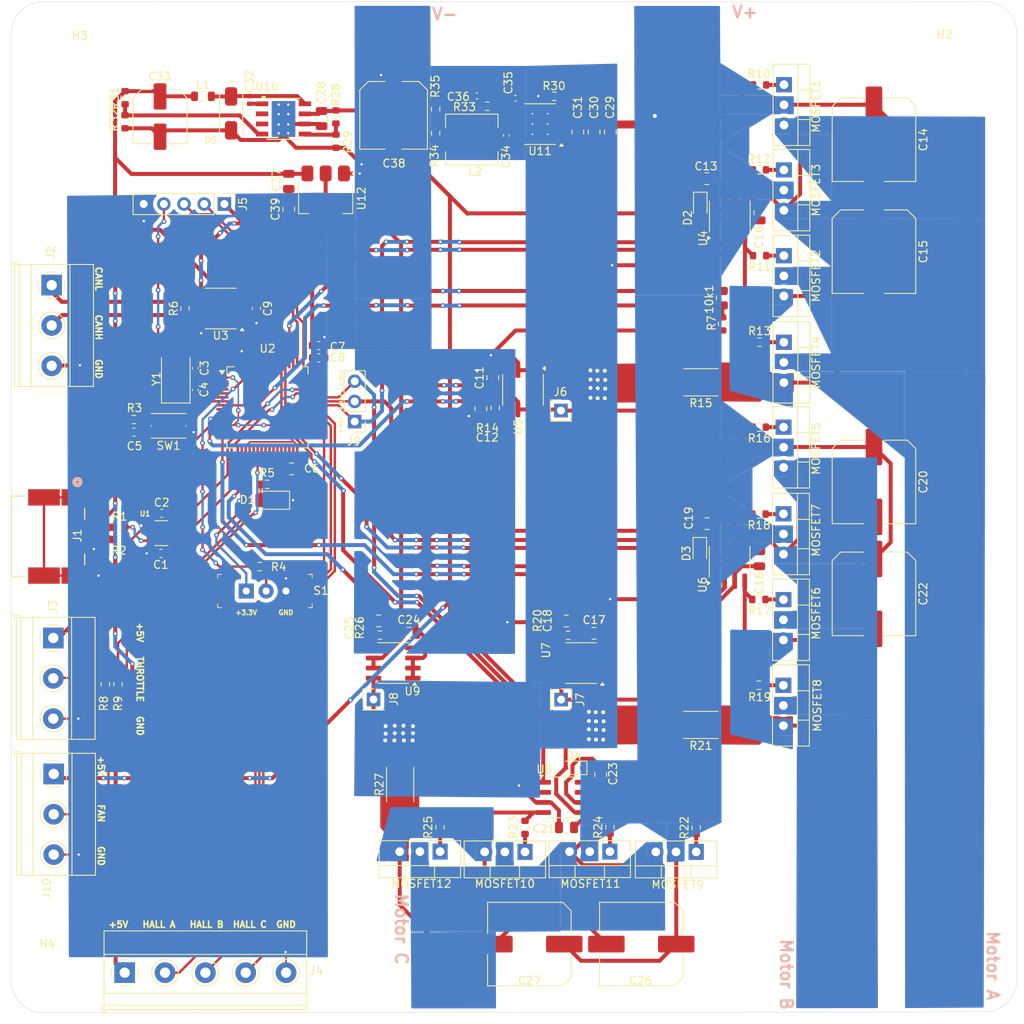
<source format=kicad_pcb>
(kicad_pcb (version 20240108) (generator "pcbnew") (generator_version "8.0")
  (layers (0 "F.Cu" signal) (31 "B.Cu" signal) (34 "B.Paste" user) (35 "F.Paste" user) (36 "B.SilkS" user "B.Silkscreen") (37 "F.SilkS" user "F.Silkscreen") (38 "B.Mask" user) (39 "F.Mask" user) (44 "Edge.Cuts" user))
  (net 0 "")
  (net 1 "+3.3V")
  (net 2 "+5V")
  (net 3 "GND")
  (net 4 "/OSC_IN")
  (net 5 "/OSC_OUT")
  (net 6 "Net-(U2-VCAP_1)")
  (net 7 "+12V")
  (net 8 "/CURR_A")
  (net 9 "/MOTOR_A")
  (net 10 "Net-(D2-K)")
  (net 11 "/POWER")
  (net 12 "/TP_A")
  (net 13 "/CURR_B")
  (net 14 "Net-(D3-K)")
  (net 15 "/MOTOR_B")
  (net 16 "/TP_B")
  (net 17 "Net-(D4-K)")
  (net 18 "/MOTOR_C")
  (net 19 "/CURR_C")
  (net 20 "/TP_C")
  (net 21 "Net-(U10-BOOT)")
  (net 22 "Net-(U10-PH)")
  (net 23 "/RegulatorStage/SW")
  (net 24 "/RegulatorStage/BST")
  (net 25 "/RegulatorStage/FB")
  (net 26 "Net-(C35-Pad2)")
  (net 27 "Net-(D1-A)")
  (net 28 "/CANH")
  (net 29 "/CANL")
  (net 30 "/THROTTLE")
  (net 31 "/HALL_A")
  (net 32 "/HALL_B")
  (net 33 "/HALL_C")
  (net 34 "/NRST")
  (net 35 "/SWCLK")
  (net 36 "/SWDIO")
  (net 37 "/PWM_A")
  (net 38 "/PWM_B")
  (net 39 "/PWM_C")
  (net 40 "Net-(MOSFET1-G)")
  (net 41 "Net-(MOSFET2-G)")
  (net 42 "Net-(MOSFET3-G)")
  (net 43 "Net-(MOSFET4-G)")
  (net 44 "Net-(MOSFET5-G)")
  (net 45 "Net-(MOSFET6-G)")
  (net 46 "Net-(MOSFET7-G)")
  (net 47 "Net-(MOSFET8-G)")
  (net 48 "Net-(MOSFET9-G)")
  (net 49 "Net-(MOSFET10-G)")
  (net 50 "Net-(MOSFET11-G)")
  (net 51 "Net-(MOSFET12-G)")
  (net 52 "/USB_DM")
  (net 53 "/USB_DP")
  (net 54 "/BOOT0")
  (net 55 "Net-(R4-Pad1)")
  (net 56 "/LED_RED")
  (net 57 "/PowerStage/GH_A")
  (net 58 "/PowerStage/GL_A")
  (net 59 "Net-(U5-OUT)")
  (net 60 "/PowerStage/GH_B")
  (net 61 "/PowerStage/GL_B")
  (net 62 "Net-(U7-OUT)")
  (net 63 "/PowerStage/GH_C")
  (net 64 "/PowerStage/GL_C")
  (net 65 "Net-(U9-OUT)")
  (net 66 "Net-(U10-EN)")
  (net 67 "Net-(U11-RON)")
  (net 68 "/RegulatorStage/VSENSE")
  (net 69 "/OTG_DM")
  (net 70 "/OTG_DP")
  (net 73 "/SD_A")
  (net 74 "/SD_B")
  (net 77 "/CAN_RX")
  (net 80 "/SD_C")
  (net 92 "/CAN_TX")
  (net 94 "/FAN")
  (net 107 "/TEMP")
  (net 110 "Net-(J3-Pin_2)")
  (net 111 "Net-(J1-D-)")
  (net 112 "Net-(J1-D+)")
  (footprint "TerminalBlock_Phoenix:TerminalBlock_Phoenix_MKDS-1,5-5-5.08_1x05_P5.08mm_Horizontal" (layer "F.Cu") (at 117.54 155)
    (property "Reference" "J4")
    (property "Value" "Screw_Terminal_01x05")
  )
  (footprint "Capacitor_SMD:C_Elec_6.3x5.4" (layer "F.Cu") (at 121.990489 47.188037 -90)
    (property "Reference" "C33")
    (property "Value" "220uF")
  )
  (footprint "Resistor_SMD:R_0603_1608Metric" (layer "F.Cu") (at 167.955489 136.705536 -90)
    (property "Reference" "R23")
    (property "Value" "4.7")
  )
  (footprint "MountingHole:MountingHole_3.2mm_M3" (layer "F.Cu") (at 107.5 37)
    (property "Reference" "H3")
    (property "Value" "MountingHole")
  )
  (footprint "Resistor_SMD:R_0603_1608Metric" (layer "F.Cu") (at 197.425 97.25)
    (property "Reference" "R18")
    (property "Value" "4.7")
  )
  (footprint "Resistor_SMD:R_0603_1608Metric" (layer "F.Cu") (at 117.577989 47.838037 -90)
    (property "Reference" "R32")
    (property "Value" "10k")
  )
  (footprint "Capacitor_SMD:C_Elec_10x10.2" (layer "F.Cu") (at 168.5 151.4 180)
    (property "Reference" "C27")
    (property "Value" "220uF")
  )
  (footprint "USBLC6-2SC6:SOT95P280X145-6N" (layer "F.Cu") (at 122.1525 99.65)
    (property "Reference" "U1")
    (property "Value" "USBLC6-2SC6")
  )
  (footprint "Connector_PinHeader_2.54mm:PinHeader_1x05_P2.54mm_Vertical" (layer "F.Cu") (at 130.09 58.2 -90)
    (property "Reference" "J5")
    (property "Value" "Conn_01x05_Pin")
  )
  (footprint "Capacitor_SMD:C_Elec_10x10.2" (layer "F.Cu") (at 211.9 107.3 -90)
    (property "Reference" "C22")
    (property "Value" "220uF")
  )
  (footprint "Package_SO:SOIC-8_3.9x4.9mm_P1.27mm" (layer "F.Cu") (at 167.700489 81.600536 -90)
    (property "Reference" "U5")
    (property "Value" "AD8418")
  )
  (footprint "Resistor_SMD:R_0603_1608Metric" (layer "F.Cu") (at 164.200489 83.875536 90)
    (property "Reference" "R14")
    (property "Value" "100")
  )
  (footprint "Capacitor_SMD:C_0805_2012Metric" (layer "F.Cu") (at 190.8675 98.452451 180)
    (property "Reference" "C19")
    (property "Value" "4.7uF")
  )
  (footprint "Package_SO:HSOP-8-1EP_3.9x4.9mm_P1.27mm_EP2.41x3.1mm_ThermalVias" (layer "F.Cu") (at 169.852989 48.133037 180)
    (property "Reference" "U11")
    (property "Value" "LM5164DDA")
  )
  (footprint "Capacitor_SMD:C_0402_1005Metric" (layer "F.Cu") (at 133.240489 45.088037 90)
    (property "Reference" "C32")
    (property "Value" "0.01uF")
  )
  (footprint "Package_TO_SOT_SMD:SOT-223-3_TabPin2" (layer "F.Cu") (at 142.85 57.5 -90)
    (property "Reference" "U12")
    (property "Value" "AMS1117-3.3")
  )
  (footprint "Connector_PinHeader_2.54mm:PinHeader_1x01_P2.54mm_Vertical" (layer "F.Cu") (at 172.477989 84.213037)
    (property "Reference" "J6")
    (property "Value" "Conn_01x01_Pin")
  )
  (footprint "Resistor_SMD:R_0603_1608Metric" (layer "F.Cu") (at 125.13 71.36 90)
    (property "Reference" "R6")
    (property "Value" "120")
  )
  (footprint "Resistor_SMD:R_0603_1608Metric" (layer "F.Cu") (at 197.4 118.8)
    (property "Reference" "R19")
    (property "Value" "4.7")
  )
  (footprint "Resistor_SMD:R_0603_1608Metric" (layer "F.Cu") (at 135.475 93.5)
    (property "Reference" "R5")
    (property "Value" "100")
  )
  (footprint "Capacitor_SMD:C_0805_2012Metric" (layer "F.Cu") (at 162.400489 83.975536 90)
    (property "Reference" "C12")
    (property "Value" "2.2uF")
  )
  (footprint "Resistor_SMD:R_0603_1608Metric" (layer "F.Cu") (at 189.505489 136.730536 -90)
    (property "Reference" "R22")
    (property "Value" "4.7")
  )
  (footprint "TerminalBlock_Phoenix:TerminalBlock_Phoenix_MKDS-1,5-3-5.08_1x03_P5.08mm_Horizontal" (layer "F.Cu") (at 108.55 112.85 -90)
    (property "Reference" "J3")
    (property "Value" "Screw_Terminal_01x03")
  )
  (footprint "Capacitor_SMD:C_0805_2012Metric" (layer "F.Cu") (at 138.55 91.55)
    (property "Reference" "C6")
    (property "Value" "2.2u")
  )
  (footprint "Package_TO_SOT_THT:TO-220-3_Vertical" (layer "F.Cu") (at 200.55 75.61 -90)
    (property "Reference" "MOSFET4")
    (property "Value" "IRFB4110PBF")
  )
  (footprint "Capacitor_SMD:C_0805_2012Metric" (layer "F.Cu") (at 177.480489 130.060536 90)
    (property "Reference" "C23")
    (property "Value" "4.7uF")
  )
  (footprint "Resistor_SMD:R_0603_1608Metric" (layer "F.Cu") (at 149.677989 112.493037)
    (property "Reference" "R26")
    (property "Value" "100")
  )
  (footprint "Resistor_SMD:R_0603_1608Metric" (layer "F.Cu") (at 118.697011 85.336963 180)
    (property "Reference" "R3")
    (property "Value" "10k")
  )
  (footprint "Resistor_SMD:R_0603_1608Metric" (layer "F.Cu") (at 144.140489 50.288037 -90)
    (property "Reference" "R29")
    (property "Value" "2.2k")
  )
  (footprint "Resistor_SMD:R_0603_1608Metric" (layer "F.Cu") (at 197.475 53.9)
    (property "Reference" "R12")
    (property "Value" "4.7")
  )
  (footprint "Capacitor_SMD:C_Elec_8x6.2" (layer "F.Cu") (at 151.402989 47.033037 -90)
    (property "Reference" "C38")
    (property "Value" "47uF")
  )
  (footprint "Capacitor_SMD:C_0603_1608Metric" (layer "F.Cu") (at 118.697011 86.936963)
    (property "Reference" "C5")
    (property "Value" "100nF")
  )
  (footprint "Capacitor_SMD:C_0402_1005Metric" (layer "F.Cu") (at 126.422011 78.866963 -90)
    (property "Reference" "C3")
    (property "Value" "20pF")
  )
  (footprint "Package_SO:SOIC-8_3.9x4.9mm_P1.27mm" (layer "F.Cu") (at 193.7175 103.227451 90)
    (property "Reference" "U6")
    (property "Value" "IRS2184")
  )
  (footprint "Capacitor_SMD:C_0805_2012Metric" (layer "F.Cu") (at 138.2 58.85 90)
    (property "Reference" "C39")
    (property "Value" "10uF")
  )
  (footprint "Capacitor_SMD:C_0805_2012Metric" (layer "F.Cu") (at 173.152989 110.713037)
    (property "Reference" "C18")
    (property "Value" "2.2uF")
  )
  (footprint "Resistor_SMD:R_0603_1608Metric" (layer "F.Cu") (at 178.655489 136.680536 -90)
    (property "Reference" "R24")
    (property "Value" "4.7")
  )
  (footprint "Button_Switch_SMD:SW_Push_1P1T_NO_CK_KMR2" (layer "F.Cu") (at 123.072011 86.136963 180)
    (property "Reference" "SW1")
    (property "Value" "SW_Push")
  )
  (footprint "Capacitor_SMD:C_0603_1608Metric" (layer "F.Cu") (at 141.95 76.025)
    (property "Reference" "C7")
    (property "Value" "0.1uF")
  )
  (footprint "Capacitor_SMD:C_0805_2012Metric" (layer "F.Cu") (at 174.602989 49.133037 -90)
    (property "Reference" "C31")
    (property "Value" "2.2uF")
  )
  (footprint "Resistor_SMD:R_0603_1608Metric" (layer "F.Cu") (at 117.590489 44.813037 -90)
    (property "Reference" "R31")
    (property "Value" "31.6k")
  )
  (footprint "Package_SO:SOIC-8_3.9x4.9mm_P1.27mm" (layer "F.Cu") (at 151.352989 116.008037 180)
    (property "Reference" "U9")
    (property "Value" "AD8418")
  )
  (footprint "Capacitor_SMD:C_0805_2012Metric" (layer "F.Cu") (at 142.340489 47.438037 -90)
    (property "Reference" "C28")
    (property "Value" "10uF")
  )
  (footprint "Resistor_SMD:R_0603_1608Metric" (layer "F.Cu") (at 163.202989 45.883037 180)
    (property "Reference" "R33")
    (property "Value" "453k")
  )
  (footprint "Resistor_SMD:R_0805_2012Metric" (layer "F.Cu") (at 192.794511 70.056964 -90)
    (property "Reference" "10k1")
    (property "Value" "Thermistor_NTC")
  )
  (footprint "Resistor_SMD:R_0603_1608Metric" (layer "F.Cu") (at 173.377989 112.513037)
    (property "Reference" "R20")
    (property "Value" "100")
  )
  (footprint "Package_TO_SOT_THT:TO-220-3_Vertical" (layer "F.Cu") (at 200.49 118.81 -90)
    (property "Reference" "MOSFET8")
    (property "Value" "IRFB4110PBF")
  )
  (footprint "Package_TO_SOT_THT:TO-220-3_Vertical" (layer "F.Cu") (at 200.565 43.17 -90)
    (property "Reference" "MOSFET1")
    (property "Value" "IRFB4110PBF")
  )
  (footprint "Capacitor_SMD:C_0402_1005Metric" (layer "F.Cu") (at 161.902989 44.583037 180)
    (property "Reference" "C36")
    (property "Value" "3.3nF")
  )
  (footprint "Capacitor_SMD:C_0805_2012Metric" (layer "F.Cu") (at 173.177989 136.710536 180)
    (property "Reference" "C21")
    (property "Value" "1uF")
  )
  (footprint "Resistor_SMD:R_2512_6332Metric" (layer "F.Cu") (at 152.227989 131.300537 90)
    (property "Reference" "R27")
    (property "Value" "0.001")
  )
  (footprint "Crystal:Crystal_SMD_5032-2Pin_5.0x3.2mm" (layer "F.Cu") (at 123.972011 80.216963 90)
    (property "Reference" "Y1")
    (property "Value" "16MHz")
  )
  (footprint "Package_TO_SOT_THT:TO-220-3_Vertical" (layer "F.Cu") (at 200.55 53.91 -90)
    (property "Reference" "MOSFET3")
    (property "Value" "IRFB4110PBF")
  )
  (footprint "Resistor_SMD:R_0603_1608Metric" (layer "F.Cu") (at 116.8 100.45)
    (property "Reference" "R2")
    (property "Value" "22")
  )
  (footprint "Diode_SMD:D_SOD-323" (layer "F.Cu") (at 174.130489 129.210536 180)
    (property "Reference" "D4")
    (property "Value" "1N4148WS")
  )
  (footprint "Package_SO:SOIC-8_3.9x4.9mm_P1.27mm" (layer "F.Cu") (at 172.725489 132.925536)
    (property "Reference" "U8")
    (property "Value" "IRS2184")
  )
  (footprint "Capacitor_SMD:C_0805_2012Metric" (layer "F.Cu") (at 197.52625 59.307501 -90)
    (property "Reference" "C10")
    (property "Value" "1uF")
  )
  (footprint "Diode_SMD:D_SOD-323" (layer "F.Cu") (at 189.9675 101.802451 -90)
    (property "Reference" "D3")
    (property "Value" "1N4148WS")
  )
  (footprint "Resistor_SMD:R_0603_1608Metric" (layer "F.Cu") (at 171.652989 44.633037 180)
    (property "Reference" "R30")
    (property "Value" "100k")
  )
  (footprint "Resistor_SMD:R_0603_1608Metric" (layer "F.Cu") (at 144.140489 47.238037 -90)
    (property "Reference" "R28")
    (property "Value" "4.7k")
  )
  (footprint "Resistor_SMD:R_0603_1608Metric" (layer "F.Cu") (at 156.702989 49.283037 90)
    (property "Reference" "R34")
    (property "Value" "453k")
  )
  (footprint "Capacitor_SMD:C_0805_2012Metric" (layer "F.Cu") (at 176.652989 49.133037 -90)
    (property "Reference" "C30")
    (property "Value" "10uF")
  )
  (footprint "Resistor_SMD:R_2512_6332Metric" (layer "F.Cu") (at 190.1 123.8 180)
    (property "Reference" "R21")
    (property "Value" "0.001")
  )
  (footprint "Package_TO_SOT_THT:TO-220-3_Vertical" (layer "F.Cu") (at 178.645489 139.755536 180)
    (property "Reference" "MOSFET11")
    (property "Value" "IRFB4110PBF")
  )
  (footprint "Resistor_SMD:R_0603_1608Metric" (layer "F.Cu") (at 197.5 43.2)
    (property "Reference" "R10")
    (property "Value" "4.7")
  )
  (footprint "Capacitor_SMD:C_0805_2012Metric" (layer "F.Cu") (at 190.84625 55 180)
    (property "Reference" "C13")
    (property "Value" "4.7uF")
  )
  (footprint "Package_SO:SOIC-8_3.9x4.9mm_P1.27mm" (layer "F.Cu") (at 129.63 71.365 180)
    (property "Reference" "U3")
    (property "Value" "TJA1051T-3")
  )
  (footprint "Resistor_SMD:R_0603_1608Metric" (layer "F.Cu") (at 134.53 103.856249 180)
    (property "Reference" "R4")
    (property "Value" "10k")
  )
  (footprint "Resistor_SMD:R_0603_1608Metric" (layer "F.Cu") (at 116.7 118.7 -90)
    (property "Reference" "R9")
    (property "Value" "1k")
  )
  (footprint "Package_TO_SOT_THT:TO-220-3_Vertical" (layer "F.Cu") (at 157.255489 139.755536 180)
    (property "Reference" "MOSFET12")
    (property "Value" "IRFB4110PBF")
  )
  (footprint "MountingHole:MountingHole_3.2mm_M3" (layer "F.Cu") (at 107.8 155.6)
    (property "Reference" "H4")
    (property "Value" "MountingHole")
  )
  (footprint "Resistor_SMD:R_0603_1608Metric" (layer "F.Cu") (at 192.844511 73.294464 90)
    (property "Reference" "R7")
    (property "Value" "10k")
  )
  (footprint "TerminalBlock_Phoenix:TerminalBlock_Phoenix_MKDS-1,5-3-5.08_1x03_P5.08mm_Horizontal" (layer "F.Cu") (at 108.345 68.415 -90)
    (property "Reference" "J2")
    (property "Value" "Screw_Terminal_01x03")
  )
  (footprint "Package_SO:SOIC-8_3.9x4.9mm_P1.27mm" (layer "F.Cu") (at 193.74125 59.775 90)
    (property "Reference" "U4")
    (property "Value" "IRS2184")
  )
  (footprint "Connector_PinHeader_2.54mm:PinHeader_1x01_P2.54mm_Vertical" (layer "F.Cu") (at 172.502989 120.613037 -90)
    (property "Reference" "J7")
    (property "Value" "Conn_01x01_Pin")
  )
  (footprint "Resistor_SMD:R_0603_1608Metric" (layer "F.Cu") (at 197.5 64.7)
    (property "Reference" "R11")
    (property "Value" "4.7")
  )
  (footprint "Capacitor_SMD:C_0805_2012Metric" (layer "F.Cu") (at 153.327989 112.243037)
    (property "Reference" "C24")
    (property "Value" "2.2uF")
  )
  (footprint "Capacitor_SMD:C_Elec_10x10.2" (layer "F.Cu") (at 211.9 64.2 -90)
    (property "Reference" "C15")
    (property "Value" "220uF")
  )
  (footprint "Capacitor_SMD:C_0805_2012Metric" (layer "F.Cu") (at 178.702989 49.133037 -90)
    (property "Reference" "C29")
    (property "Value" "10uF")
  )
  (footprint "565790576:56579-0576_MOL" (layer "F.Cu") (at 107.8792 100.06965 -90)
    (property "Reference" "J1")
    (property "Value" "565790576")
  )
  (footprint "Capacitor_SMD:C_0402_1005Metric" (layer "F.Cu") (at 166.752989 44.883037 180)
    (property "Reference" "C35")
    (property "Value" "56pF")
  )
  (footprint "Inductor_SMD:L_0805_2012Metric" (layer "F.Cu") (at 127.390489 44.638037 180)
    (property "Reference" "L1")
    (property "Value" "15uH")
  )
  (footprint "Capacitor_SMD:C_Elec_10x10.2" (layer "F.Cu") (at 211.9 93.2 -90)
    (property "Reference" "C20")
    (property "Value" "220uF")
  )
  (footprint "Resistor_SMD:R_2512_6332Metric" (layer "F.Cu") (at 190.1 80.65 180)
    (property "Reference" "R15")
    (property "Value" "0.001")
  )
  (footprint "Capacitor_SMD:C_0603_1608Metric" (layer "F.Cu") (at 122.1025 102.2 180)
    (property "Reference" "C1")
    (property "Value" "0.1uF")
  )
  (footprint "Resistor_SMD:R_0603_1608Metric" (layer "F.Cu") (at 157.255489 136.680536 -90)
    (property "Reference" "R25")
    (property "Value" "4.7")
  )
  (footprint "Capacitor_SMD:C_0603_1608Metric" (layer "F.Cu") (at 122.2025 97.15 180)
    (property "Reference" "C2")
    (property "Value" "0.1uF")
  )
  (footprint "Package_TO_SOT_THT:TO-220-3_Vertical" (layer "F.Cu") (at 200.5 97.22 -90)
    (property "Reference" "MOSFET7")
    (property "Value" "IRFB4110PBF")
  )
  (footprint "Resistor_SMD:R_0603_1608Metric" (layer "F.Cu") (at 197.475 75.6)
    (property "Reference" "R13")
    (property "Value" "4.7")
  )
  (footprint "Capacitor_SMD:C_0805_2012Metric" (layer "F.Cu") (at 149.527989 110.693037)
    (property "Reference" "C25")
    (property "Value" "2.2uF")
  )
  (footprint "Diode_SMD:D_SOD-323" (layer "F.Cu") (at 190.02625 58.325 -90)
    (property "Reference" "D2")
    (property "Value" "1N4148WS")
  )
  (footprint "Resistor_SMD:R_0603_1608Metric" (layer "F.Cu") (at 197.4 108)
    (property "Reference" "R17")
    (property "Value" "4.7")
  )
  (footprint "Package_TO_SOT_THT:TO-220-3_Vertical" (layer "F.Cu") (at 167.955489 139.785536 180)
    (property "Reference" "MOSFET10")
    (property "Value" "IRFB4110PBF")
  )
  (footprint "Capacitor_SMD:C_0402_1005Metric" (layer "F.Cu") (at 165.602989 49.583037 90)
    (property "Reference" "C34")
    (property "Value" "2.2nF")
  )
  (footprint "Resistor_SMD:R_0603_1608Metric" (layer "F.Cu") (at 116.8 98.9 180)
    (property "Reference" "R1")
    (property "Value" "22")
  )
  (footprint "Package_TO_SOT_THT:TO-220-3_Vertical" (layer "F.Cu") (at 189.510489 139.785536 180)
    (property "Reference" "MOSFET9")
    (property "Value" "IRFB4110PBF")
  )
  (footprint "Package_TO_SOT_THT:TO-220-3_Vertical" (layer "F.Cu") (at 200.55 64.71 -90)
    (property "Reference" "MOSFET2")
    (property "Value" "IRFB4110PBF")
  )
  (footprint "Package_QFP:LQFP-64_10x10mm_P0.5mm" (layer "F.Cu") (at 135.525 83.8)
    (property "Reference" "U2")
    (property "Value" "STM32F446RETx")
  )
  (footprint "Capacitor_SMD:C_0805_2012Metric" (layer "F.Cu") (at 176.652989 112.263037)
    (property "Reference" "C17")
    (property "Value" "2.2uF")
  )
  (footprint "Capacitor_SMD:C_Elec_10x10.2" (layer "F.Cu") (at 182.6 151.4 180)
    (property "Reference" "C26")
    (property "Value" "220uF")
  )
  (footprint "Capacitor_SMD:C_Elec_10x10.2" (layer "F.Cu") (at 211.9 50.1 -90)
    (property "Reference" "C14")
    (property "Value" "220uF")
  )
  (footprint "Capacitor_SMD:C_0805_2012Metric" (layer "F.Cu") (at 163.895489 80.075536 90)
    (property "Reference" "C11")
    (property "Value" "2.2uF")
  )
  (footprint "Capacitor_SMD:C_0603_1608Metric" (layer "F.Cu") (at 134.13 71.36 -90)
    (property "Reference" "C9")
    (property "Value" "0.1uF")
  )
  (footprint "Capacitor_SMD:C_0402_1005Metric" (layer "F.Cu") (at 126.422011 81.616963 90)
    (property "Reference" "C4")
    (property "Value" "20pF")
  )
  (footprint "Package_TO_SOT_THT:TO-220-3_Vertical" (layer "F.Cu") (at 200.52 86.3 -90)
    (property "Reference" "MOSFET5")
    (property "Value" "IRFB4110PBF")
  )
  (footprint "B340A-13-F:DIOM5226X240N" (layer "F.Cu") (at 130.940489 46.788037 -90)
    (property "Reference" "D5")
    (property "Value" "B340A-13-F")
  )
  (footprint "Resistor_SMD:R_0603_1608Metric" (layer "F.Cu") (at 156.702989 46.258037 90)
    (property "Reference" "R35")
    (property "Value" "49.9K")
  )
  (footprint "Connector_PinHeader_2.54mm:PinHeader_1x01_P2.54mm_Vertical" (layer "F.Cu") (at 148.877989 120.593037)
    (property "Reference" "J8")
    (property "Value" "Conn_01x01_Pin")
  )
  (footprint "Package_SO:SOIC-8_3.9x4.9mm_P1.27mm" (layer "F.Cu") (at 175.002989 116.013037 180)
    (property "Reference" "U7")
    (property "Value" "AD8418")
  )
  (footprint "Package_TO_SOT_THT:TO-220-3_Vertical" (layer "F.Cu") (at 200.5 108.02 -90)
    (property "Reference" "MOSFET6")
    (property "Value" "IRFB4110PBF")
  )
  (footprint "Capacitor_SMD:C_0805_2012Metric" (layer "F.Cu") (at 138.2 55.35 -90)
    (property "Reference" "C37")
    (property "Value" "10uF")
  )
  (footprint "Resistor_SMD:R_0603_1608Metric" (layer "F.Cu") (at 115.1 118.7 -90)
    (property "Reference" "R8")
    (property "Value" "1k")
  )
  (footprint "digikey-footprints:Switch_Slide_11.6x4mm_EG1218" (layer "F.Cu") (at 132.85 106.93875)
    (property "Reference" "S1")
    (property "Value" "EG1218")
  )
  (footprint "Connector_PinHeader_2.54mm:PinHeader_1x03_P2.54mm_Vertical" (layer "F.Cu") (at 146.5 85.6 180)
    (property "Reference" "J9")
    (property "Value" "Conn_01x03_Pin")
  )
  (footprint "Resistor_SMD:R_0603_1608Metric" (layer "F.Cu") (at 197.45 86.3)
    (property "Reference" "R16")
    (property "Value" "4.7")
  )
  (footprint "Capacitor_SMD:C_0603_1608Metric" (layer "F.Cu") (at 141.975 77.575)
    (property "Reference" "C8")
    (property "Value" "0.1uF")
  )
  (footprint "LED_SMD:LED_1206_3216Metric" (layer "F.Cu") (at 136.025 95.5 180)
    (property "Reference" "D1")
    (property "Value" "LED")
  )
  (footprint "MountingHole:MountingHole_3.2mm_M3" (layer "F.Cu") (at 225.664511 36.939464)
    (property "Reference" "H2")
    (property "Value" "MountingHole")
  )
  (footprint "TerminalBlock_Phoenix:TerminalBlock_Phoenix_MKDS-1,5-3-5.08_1x03_P5.08mm_Horizontal" (layer "F.Cu") (at 108.6 129.97 -90)
    (property "Reference" "J10")
    (property "Value" "Screw_Terminal_01x03")
  )
  (footprint "Package_SO:TI_SO-PowerPAD-8_ThermalVias" (layer "F.Cu") (at 137.540489 47.483037)
    (property "Reference" "U10")
    (property "Value" "TPS5430DDA")
  )
  (footprint "Inductor_SMD:L_6.3x6.3_H3" (layer "F.Cu") (at 161.252989 50.083037 180)
    (property "Reference" "L2")
    (property "Value" "68uH")
  )
  (footprint "Capacitor_SMD:C_0805_2012Metric" (layer "F.Cu") (at 197.4675 102.865002 -90)
    (property "Reference" "C16")
    (property "Value" "1uF")
  )
  (gr_arc (start 229.9 155.9) (mid 228.728414 158.7284) (end 225.9 159.9) (stroke (width 0.05)) (layer "Edge.Cuts"))
  (gr_line (start 215.735489 159.960536) (end 225.9 159.9) (stroke (width 0.05)) (layer "Edge.Cuts"))
  (gr_line (start 229.9 155.9) (end 229.875 150.225) (stroke (width 0.05)) (layer "Edge.Cuts"))
  (gr_line (start 229.875 41.025) (end 229.8925 36.702501) (stroke (width 0.05)) (layer "Edge.Cuts"))
  (gr_arc (start 103.25 36.727501) (mid 104.421573 33.899073) (end 107.25 32.7275) (stroke (width 0.05)) (layer "Edge.Cuts"))
  (gr_line (start 215.727989 32.763037) (end 107.25 32.727501) (stroke (width 0.05)) (layer "Edge.Cuts"))
  (gr_line (start 103.239511 150.364464) (end 103.264511 156.039464) (stroke (width 0.05)) (layer "Edge.Cuts"))
  (gr_arc (start 225.8925 32.702501) (mid 228.720921 33.874072) (end 229.8925 36.702501) (stroke (width 0.05)) (layer "Edge.Cuts"))
  (gr_line (start 103.239511 150.364464) (end 103.239511 41.064464) (stroke (width 0.05)) (layer "Edge.Cuts"))
  (gr_arc (start 107.264511 160.039464) (mid 104.436084 158.867891) (end 103.264511 156.039464) (stroke (width 0.05)) (layer "Edge.Cuts"))
  (gr_line (start 107.264511 160.039464) (end 215.735489 159.960536) (stroke (width 0.05)) (layer "Edge.Cuts"))
  (gr_line (start 103.25 36.727501) (end 103.239511 41.064464) (stroke (width 0.05)) (layer "Edge.Cuts"))
  (gr_line (start 229.875 150.225) (end 229.875 41.025) (stroke (width 0.05)) (layer "Edge.Cuts"))
  (gr_line (start 225.8925 32.702501) (end 215.727989 32.763037) (stroke (width 0.05)) (layer "Edge.Cuts"))
  (gr_text "Motor C" (at 151.510489 144.885536 270) (layer "B.SilkS") (effects (font (size 1.5 1.5) (thickness 0.3) (bold yes)) (justify left bottom)))
  (gr_text "Motor A" (at 226 149.6 270) (layer "B.SilkS") (effects (font (size 1.5 1.5) (thickness 0.3) (bold yes)) (justify left bottom)))
  (gr_text "V-" (at 156.077989 35.163037 0) (layer "B.SilkS") (effects (font (size 1.5 1.5) (thickness 0.3) (bold yes)) (justify left bottom)))
  (gr_text "V+" (at 193.8725 34.907501 0) (layer "B.SilkS") (effects (font (size 1.5 1.5) (thickness 0.3) (bold yes)) (justify left bottom)))
  (gr_text "Motor B" (at 200 150.6 270) (layer "B.SilkS") (effects (font (size 1.5 1.5) (thickness 0.3) (bold yes)) (justify left bottom)))
  (gr_text "+3.3V      GND" (at 131.4 110 0) (layer "F.SilkS") (effects (font (size 0.6 0.6) (thickness 0.15) (bold yes)) (justify left bottom)))
  (gr_text "PWM C   PWM B   PWM A" (at 144.5 79.1 270) (layer "F.SilkS") (effects (font (size 0.4 0.4) (thickness 0.1) (bold yes)) (justify left bottom)))
  (gr_text "CANL     CANH    GND" (at 113.8 66 270) (layer "F.SilkS") (effects (font (size 0.8 0.8) (thickness 0.2) (bold yes)) (justify left bottom)))
  (gr_text "+5V      FAN     GND" (at 114.1 127.6 270) (layer "F.SilkS") (effects (font (size 0.8 0.8) (thickness 0.2) (bold yes)) (justify left bottom)))
  (gr_text "+5V   THROTTLE   GND" (at 119 110.8 270) (layer "F.SilkS") (effects (font (size 0.8 0.8) (thickness 0.2) (bold yes)) (justify left bottom)))
  (gr_text "+5V   HALL A   HALL B  HALL C  GND" (at 115.4 149.4 0) (layer "F.SilkS") (effects (font (size 0.8 0.8) (thickness 0.2) (bold yes)) (justify left bottom)))
  (segment (start 141.15 76) (end 141.175 76.025) (width 0.5) (layer "F.Cu") (net 1))
  (segment (start 152.377989 112.243037) (end 152.377989 112.968037) (width 0.5) (layer "F.Cu") (net 1))
  (segment (start 189.2 69.15) (end 189.205536 69.144464) (width 0.5) (layer "F.Cu") (net 1))
  (segment (start 149.972989 115.373037) (end 148.877989 115.373037) (width 0.5) (layer "F.Cu") (net 1))
  (segment (start 156.9 103.763037) (end 153.413037 103.763037) (width 0.5) (layer "F.Cu") (net 1))
  (segment (start 131.15 80.05) (end 129.85 80.05) (width 0.2) (layer "F.Cu") (net 1))
  (segment (start 133.29259 88.15) (end 132.775 88.66759) (width 0.2) (layer "F.Cu") (net 1))
  (segment (start 148.877989 115.373037) (end 148.877989 116.643037) (width 0.5) (layer "F.Cu") (net 1))
  (segment (start 129.85 86.05) (end 128.358974 86.05) (width 0.3) (layer "F.Cu") (net 1))
  (segment (start 130.255 71.52) (end 130.255 76.605) (width 0.3) (layer "F.Cu") (net 1))
  (segment (start 167.065489 83.100537) (end 164.990488 81.025536) (width 0.5) (layer "F.Cu") (net 1))
  (segment (start 164.990488 81.025536) (end 163.895489 81.025536) (width 0.5) (layer "F.Cu") (net 1))
  (segment (start 153.375536 81.025536) (end 152.35 80) (width 0.5) (layer "F.Cu") (net 1))
  (segment (start 152.35 102.7) (end 152.35 80) (width 0.5) (layer "F.Cu") (net 1))
  (segment (start 130.255 76.605) (end 131.775 78.125) (width 0.3) (layer "F.Cu") (net 1))
  (segment (start 141.15 62.35) (end 141.15 76) (width 0.5) (layer "F.Cu") (net 1))
  (segment (start 152.35 80) (end 152.35 66.85) (width 0.5) (layer "F.Cu") (net 1))
  (segment (start 189.2 69.15) (end 159.65 69.15) (width 0.5) (layer "F.Cu") (net 1))
  (segment (start 138.2 59.8) (end 139.05 60.65) (width 0.5) (layer "F.Cu") (net 1))
  (segment (start 168.335489 84.075536) (end 167.065489 84.075536) (width 0.5) (layer "F.Cu") (net 1))
  (segment (start 175.702989 110.591159) (end 175.702989 112.263037) (width 0.5) (layer "F.Cu") (net 1))
  (segment (start 163.895489 81.025536) (end 159.25 81.025536) (width 0.5) (layer "F.Cu") (net 1))
  (segment (start 149.8 60.65) (end 142.85 60.65) (width 0.5) (layer "F.Cu") (net 1))
  (segment (start 131.25 86.05) (end 131.85 85.45) (width 0.2) (layer "F.Cu") (net 1))
  (segment (start 153.413037 103.763037) (end 152.35 102.7) (width 0.5) (layer "F.Cu") (net 1))
  (segment (start 128.195 69.46) (end 130.255 71.52) (width 0.3) (layer "F.Cu") (net 1))
  (segment (start 157.6 69.15) (end 154.65 69.15) (width 0.5) (layer "F.Cu") (net 1))
  (segment (start 126.472011 87.936963) (end 118.922011 87.936963) (width 0.3) (layer "F.Cu") (net 1))
  (segment (start 152.377989 112.968037) (end 149.972989 115.373037) (width 0.5) (layer "F.Cu") (net 1))
  (segment (start 172.527989 115.378037) (end 173.502988 115.378037) (width 0.5) (layer "F.Cu") (net 1))
  (segment (start 152.35 66.85) (end 152.35 63.2) (width 0.5) (layer "F.Cu") (net 1))
  (segment (start 118.922011 87.936963) (end 117.922011 86.936963) (width 0.3) (layer "F.Cu") (net 1))
  (segment (start 117.872011 85.336963) (end 117.872011 86.886963) (width 0.3) (layer "F.Cu") (net 1))
  (segment (start 138.856498 88.15) (end 133.4 88.15) (width 0.2) (layer "F.Cu") (net 1))
  (segment (start 167.065489 84.075536) (end 167.065489 83.100537) (width 0.5) (layer "F.Cu") (net 1))
  (segment (start 142.85 60.65) (end 141.15 62.35) (width 0.5) (layer "F.Cu") (net 1))
  (segment (start 152.35 102.7) (end 152.35 112.215048) (width 0.5) (layer "F.Cu") (net 1))
  (segment (start 129.55 61.85) (end 127.155 64.245) (width 0.5) (layer "F.Cu") (net 1))
  (segment (start 173.502988 115.378037) (end 175.702989 113.178036) (width 0.5) (layer "F.Cu") (net 1))
  (segment (start 141.2 80.05) (end 141.2 77.575) (width 0.3) (layer "F.Cu") (net 1))
  (segment (start 127.155 64.245) (end 127.155 65.345) (width 0.5) (layer "F.Cu") (net 1))
  (segment (start 131.25 86.05) (end 131.85 86.05) (width 0.2) (layer "F.Cu") (net 1))
  (segment (start 117.872011 86.886963) (end 117.922011 86.936963) (width 0.5) (layer "F.Cu") (net 1))
  (segment (start 141.2 77.575) (end 141.2 76.05) (width 0.3) (layer "F.Cu") (net 1))
  (segment (start 131.85 85.45) (end 131.85 84.2) (width 0.2) (layer "F.Cu") (net 1))
  (segment (start 129.1 99.9) (end 132.775 96.225) (width 0.3) (layer "F.Cu") (net 1))
  (segment (start 132.54 60.65) (end 130.09 58.2) (width 0.5) (layer "F.Cu") (net 1))
  (segment (start 142.85 54.35) (end 142.85 60.65) (width 0.5) (layer "F.Cu") (net 1))
  (segment (start 172.527989 116.648037) (end 172.527989 115.378037) (width 0.5) (layer "F.Cu") (net 1))
  (segment (start 175.702989 113.178036) (end 175.702989 112.263037) (width 0.5) (layer "F.Cu") (net 1))
  (segment (start 141.175 77.55) (end 141.2 77.575) (width 0.3) (layer "F.Cu") (net 1))
  (segment (start 135.05 86.05) (end 136.756498 86.05) (width 0.2) (layer "F.Cu") (net 1))
  (segment (start 189.205536 69.144464) (end 192.794511 69.144464) (width 0.5) (layer "F.Cu") (net 1))
  (segment (start 132.775 88.66759) (end 132.775 89.475) (width 0.2) (layer "F.Cu") (net 1))
  (segment (start 157.75 81.025536) (end 153.375536 81.025536) (width 0.5) (layer "F.Cu") (net 1))
  (segment (start 136.756498 86.05) (end 138.856498 88.15) (width 0.2) (layer "F.Cu") (net 1))
  (segment (start 132.775 96.225) (end 132.775 89.475) (width 0.3) (layer "F.Cu") (net 1))
  (segment (start 168.924867 103.813037) (end 175.702989 110.591159) (width 0.5) (layer "F.Cu") (net 1))
  (segment (start 139.275 88.568502) (end 138.856498 88.15) (width 0.2) (layer "F.Cu") (net 1))
  (segment (start 160.25 103.813037) (end 168.924867 103.813037) (width 0.5) (layer "F.Cu") (net 1))
  (segment (start 129.85 80.05) (end 131.775 78.125) (width 0.3) (layer "F.Cu") (net 1))
  (segment (start 152.35 63.2) (end 149.8 60.65) (width 0.5) (layer "F.Cu") (net 1))
  (segment (start 127.155 69.46) (end 127.155 67.82) (width 0.5) (layer "F.Cu") (net 1))
  (segment (start 152.35 112.215048) (end 152.377989 112.243037) (width 0.5) (layer "F.Cu") (net 1))
  (segment (start 129.85 86.05) (end 131.25 86.05) (width 0.2) (layer "F.Cu") (net 1))
  (segment (start 139.05 60.65) (end 142.85 60.65) (width 0.5) (layer "F.Cu") (net 1))
  (segment (start 132.8575 106.93125) (end 132.85 106.93875) (width 0.3) (layer "F.Cu") (net 1))
  (segment (start 127.155 69.46) (end 128.195 69.46) (width 0.3) (layer "F.Cu") (net 1))
  (segment (start 128.358974 86.05) (end 126.472011 87.936963) (width 0.3) (layer "F.Cu") (net 1))
  (segment (start 141.2 76.05) (end 141.175 76.025) (width 0.2) (layer "F.Cu") (net 1))
  (segment (start 139.275 89.475) (end 139.275 88.568502) (width 0.2) (layer "F.Cu") (net 1))
  (segment (start 142.85 60.65) (end 132.54 60.65) (width 0.5) (layer "F.Cu") (net 1))
  (segment (start 154.65 69.15) (end 152.35 66.85) (width 0.5) (layer "F.Cu") (net 1))
  (segment (start 131.3 60.65) (end 132.54 60.65) (width 0.5) (layer "F.Cu") (net 1))
  (via (at 127.155 67.82) (size 0.6) (drill 0.3) (layers "F.Cu" "B.Cu") (net 1))
  (via (at 129.55 61.85) (size 0.6) (drill 0.3) (layers "F.Cu" "B.Cu") (net 1))
  (via (at 131.85 84.2) (size 0.6) (drill 0.3) (layers "F.Cu" "B.Cu") (net 1))
  (via (at 157.75 81.025536) (size 0.6) (drill 0.3) (layers "F.Cu" "B.Cu") (net 1))
  (via (at 135.05 86.05) (size 0.6) (drill 0.3) (layers "F.Cu" "B.Cu") (net 1))
  (via (at 131.3 60.65) (size 0.6) (drill 0.3) (layers "F.Cu" "B.Cu") (net 1))
  (via (at 131.15 80.05) (size 0.6) (drill 0.3) (layers "F.Cu" "B.Cu") (net 1))
  (via (at 157.6 69.15) (size 0.6) (drill 0.3) (layers "F.Cu" "B.Cu") (net 1))
  (via (at 156.9 103.763037) (size 0.6) (drill 0.3) (layers "F.Cu" "B.Cu") (net 1))
  (via (at 159.25 81.025536) (size 0.6) (drill 0.3) (layers "F.Cu" "B.Cu") (net 1))
  (via (at 159.65 69.15) (size 0.6) (drill 0.3) (layers "F.Cu" "B.Cu") (net 1))
  (via (at 131.85 86.05) (size 0.6) (drill 0.3) (layers "F.Cu" "B.Cu") (net 1))
  (via (at 160.25 103.813037) (size 0.6) (drill 0.3) (layers "F.Cu" "B.Cu") (net 1))
  (via (at 129.1 99.9) (size 0.6) (drill 0.3) (layers "F.Cu" "B.Cu") (net 1))
  (via (at 127.155 65.345) (size 0.6) (drill 0.3) (layers "F.Cu" "B.Cu") (net 1))
  (segment (start 132.85 104.7) (end 132.85 106.93875) (width 0.3) (layer "B.Cu") (net 1))
  (segment (start 160.2 103.763037) (end 160.25 103.813037) (width 0.5) (layer "B.Cu") (net 1))
  (segment (start 131.85 80.75) (end 131.15 80.05) (width 0.2) (layer "B.Cu") (net 1))
  (segment (start 129.55 61.85) (end 130.75 60.65) (width 0.5) (layer "B.Cu") (net 1))
  (segment (start 129.1 100.95) (end 132.85 104.7) (width 0.3) (layer "B.Cu") (net 1))
  (segment (start 156.9 103.763037) (end 160.2 103.763037) (width 0.5) (layer "B.Cu") (net 1))
  (segment (start 157.75 81.025536) (end 159.25 81.025536) (width 0.5) (layer "B.Cu") (net 1))
  (segment (start 159.65 69.15) (end 157.6 69.15) (width 0.5) (layer "B.Cu") (net 1))
  (segment (start 131.85 84.2) (end 131.85 80.75) (width 0.2) (layer "B.Cu") (net 1))
  (segment (start 129.1 99.9) (end 129.1 100.95) (width 0.3) (layer "B.Cu") (net 1))
  (segment (start 135.05 86.05) (end 131.85 86.05) (width 0.2) (layer "B.Cu") (net 1))
  (segment (start 130.75 60.65) (end 131.3 60.65) (width 0.5) (layer "B.Cu") (net 1))
  (segment (start 127.155 65.345) (end 127.155 67.82) (width 0.5) (layer "B.Cu") (net 1))
  (segment (start 116.35 69.45) (end 116.35 63.744022) (width 0.5) (layer "F.Cu") (net 2))
  (segment (start 122.8775 102.2) (end 122.4025 101.725) (width 0.3) (layer "F.Cu") (net 2))
  (segment (start 122.4025 101.725) (end 122.4025 100.05) (width 0.3) (layer "F.Cu") (net 2))
  (segment (start 122.002989 44.638037) (end 121.990489 44.650537) (width 0.5) (layer "F.Cu") (net 2))
  (segment (start 118.5 116.1) (end 118.5 127.2) (width 0.5) (layer "F.Cu") (net 2))
  (segment (start 133.985 70.73) (end 134.13 70.585) (width 0.3) (layer "F.Cu") (net 2))
  (segment (start 123.4075 99.65) (end 122.8025 99.65) (width 0.3) (layer "F.Cu") (net 2))
  (segment (start 116.35 102.7) (end 116.35 105.75) (width 0.5) (layer "F.Cu") (net 2))
  (segment (start 116.35 95.9) (end 116.35 96.5) (width 0.5) (layer "F.Cu") (net 2))
  (segment (start 140.5 54.4) (end 140.55 54.35) (width 0.5) (layer "F.Cu") (net 2))
  (segment (start 116.35 105.75) (end 109.25 112.85) (width 0.5) (layer "F.Cu") (net 2))
  (segment (start 122.4025 100.05) (end 122.8025 99.65) (width 0.3) (layer "F.Cu") (net 2))
  (segment (start 118 96.1) (end 116.35 94.45) (width 0.5) (layer "F.Cu") (net 2))
  (segment (start 118.527989 61.45) (end 116.327989 59.25) (width 0.5) (layer "F.Cu") (net 2))
  (segment (start 116.327989 63.722011) (end 116.327989 59.25) (width 0.5) (layer "F.Cu") (net 2))
  (segment (start 117.590489 43.988037) (end 116.327989 45.250537) (width 0.5) (layer "F.Cu") (net 2))
  (segment (start 122.4025 99.25) (end 122.4025 97.725) (width 0.3) (layer "F.Cu") (net 2))
  (segment (start 121.327989 43.988037) (end 121.990489 44.650537) (width 0.5) (layer "F.Cu") (net 2))
  (segment (start 116.327989 58.4) (end 116.327989 52) (width 0.5) (layer "F.Cu") (net 2))
  (segment (start 116.327989 52.363037) (end 118.377989 54.413037) (width 0.5) (layer "F.Cu") (net 2))
  (segment (start 116.4 129.3) (end 116.4 153.86) (width 0.5) (layer "F.Cu") (net 2))
  (segment (start 122.4025 97.725) (end 122.9775 97.15) (width 0.3) (layer "F.Cu") (net 2))
  (segment (start 136.627989 54.413037) (end 136.641026 54.4) (width 0.5) (layer "F.Cu") (net 2))
  (segment (start 121.9275 96.1) (end 118 96.1) (width 0.5) (layer "F.Cu") (net 2))
  (segment (start 118.5 127.2) (end 116.4 129.3) (width 0.5) (layer "F.Cu") (net 2))
  (segment (start 116.327989 59.25) (end 116.327989 58.4) (width 0.5) (layer "F.Cu") (net 2))
  (segment (start 138.2 54.4) (end 140.5 54.4) (width 0.5) (layer "F.Cu") (net 2))
  (segment (start 118.377989 54.413037) (end 136.627989 54.413037) (width 0.5) (layer "F.Cu") (net 2))
  (segment (start 116.35 72.935) (end 116.35 94.45) (width 0.5) (layer "F.Cu") (net 2))
  (segment (start 117.590489 43.988037) (end 121.327989 43.988037) (width 0.5) (layer "F.Cu") (net 2))
  (segment (start 114.38035 98.46965) (end 111.6 98.46965) (width 0.5) (layer "F.Cu") (net 2))
  (segment (start 132.105 70.73) (end 131.28 70.73) (width 0.5) (layer "F.Cu") (net 2))
  (segment (start 116.327989 45.250537) (end 116.327989 52) (width 0.5) (layer "F.Cu") (net 2))
  (segment (start 122 61.45) (end 118.527989 61.45) (width 0.5) (layer "F.Cu") (net 2))
  (segment (start 122.8025 99.65) (end 122.4025 99.25) (width 0.3) (layer "F.Cu") (net 2))
  (segment (start 116.35 102.7) (end 116.35 112.3) (width 0.5) (layer "F.Cu") (net 2))
  (segment (start 116.35 96.5) (end 114.38035 98.46965) (width 0.5) (layer "F.Cu") (net 2))
  (segment (start 136.641026 54.4) (end 138.2 54.4) (width 0.5) (layer "F.Cu") (net 2))
  (segment (start 116.4 153.86) (end 117.54 155) (width 0.5) (layer "F.Cu") (net 2))
  (segment (start 116.35 94.45) (end 116.35 95.9) (width 0.5) (layer "F.Cu") (net 2))
  (segment (start 116.35 63.744022) (end 116.327989 63.722011) (width 0.5) (layer "F.Cu") (net 2))
  (segment (start 122.9775 97.15) (end 121.9275 96.1) (width 0.5) (layer "F.Cu") (net 2))
  (segment (start 116.327989 52) (end 116.327989 52.363037) (width 0.5) (layer "F.Cu") (net 2))
  (segment (start 132.105 70.73) (end 133.985 70.73) (width 0.3) (layer "F.Cu") (net 2))
  (segment (start 126.327989 44.638037) (end 122.002989 44.638037) (width 0.5) (layer "F.Cu") (net 2))
  (segment (start 109.25 112.85) (end 108.55 112.85) (width 0.5) (layer "F.Cu") (net 2))
  (segment (start 131.28 70.73) (end 122 61.45) (width 0.5) (layer "F.Cu") (net 2))
  (via (at 116.35 102.7) (size 0.6) (drill 0.3) (layers "F.Cu" "B.Cu") (net 2))
  (via (at 116.35 72.935) (size 0.6) (drill 0.3) (layers "F.Cu" "B.Cu") (net 2))
  (via (at 116.35 112.3) (size 0.6) (drill 0.3) (layers "F.Cu" "B.Cu") (net 2))
  (via (at 116.35 95.9) (size 0.6) (drill 0.3) (layers "F.Cu" "B.Cu") (net 2))
  (via (at 118.5 116.1) (size 0.6) (drill 0.3) (layers "F.Cu" "B.Cu") (net 2))
  (via (at 116.35 69.45) (size 0.6) (drill 0.3) (layers "F.Cu" "B.Cu") (net 2))
  (segment (start 116.35 72.935) (end 116.35 69.45) (width 0.5) (layer "B.Cu") (net 2))
  (segment (start 116.35 102.7) (end 116.35 95.9) (width 0.5) (layer "B.Cu") (net 2))
  (segment (start 118.5 116.1) (end 116.35 113.95) (width 0.5) (layer "B.Cu") (net 2))
  (segment (start 116.35 113.95) (end 116.35 112.3) (width 0.5) (layer "B.Cu") (net 2))
  (segment (start 171.225488 133.560536) (end 170.250489 133.560536) (width 0.5) (layer "F.Cu") (net 3))
  (segment (start 107.375 104.99465) (end 111.575 104.99465) (width 0.3) (layer "F.Cu") (net 3))
  (segment (start 177.477989 117.918037) (end 177.477989 116.648037) (width 0.5) (layer "F.Cu") (net 3))
  (segment (start 154.827989 112.243037) (end 155.377989 112.793037) (width 0.5) (layer "F.Cu") (net 3))
  (segment (start 126.422011 81.136963) (end 127.286963 81.136963) (width 0.3) (layer "F.Cu") (net 3))
  (segment (start 142.75 80.25) (end 142.45 80.55) (width 0.3) (layer "F.Cu") (net 3))
  (segment (start 168.335489 79.125536) (end 167.065489 79.125536) (width 0.5) (layer "F.Cu") (net 3))
  (segment (start 142.75 77.575) (end 142.75 80.25) (width 0.3) (layer "F.Cu") (net 3))
  (segment (start 121.9025 100.05) (end 121.5025 99.65) (width 0.3) (layer "F.Cu") (net 3))
  (segment (start 138.775 89.475) (end 138.775 90.825) (width 0.3) (layer "F.Cu") (net 3))
  (segment (start 128.35 85.25) (end 128.65 85.55) (width 0.3) (layer "F.Cu") (net 3))
  (segment (start 121.9025 99.25) (end 121.9025 97.625) (width 0.3) (layer "F.Cu") (net 3))
  (segment (start 125.122011 86.936963) (end 126.222011 86.936963) (width 0.3) (layer "F.Cu") (net 3))
  (segment (start 127.286963 81.136963) (end 127.3 81.15) (width 0.2) (layer "F.Cu") (net 3))
  (segment (start 194.3525 105.702451) (end 194.3525 104.727452) (width 0.5) (layer "F.Cu") (net 3))
  (segment (start 171.757989 50.038037) (end 169.852989 48.133037) (width 0.5) (layer "F.Cu") (net 3))
  (segment (start 177.602989 110.738037) (end 177.627989 110.713037) (width 0.5) (layer "F.Cu") (net 3))
  (segment (start 121.9025 97.625) (end 121.4275 97.15) (width 0.3) (layer "F.Cu") (net 3))
  (segment (start 125.122011 86.936963) (end 121.022011 86.936963) (width 0.3) (layer "F.Cu") (net 3))
  (segment (start 111.575 95.14465) (end 107.375 95.14465) (width 0.3) (layer "F.Cu") (net 3))
  (segment (start 142.725 76.025) (end 142.725 74.975) (width 0.3) (layer "F.Cu") (net 3))
  (segment (start 178.952989 113.613037) (end 177.602989 112.263037) (width 0.5) (layer "F.Cu") (net 3))
  (segment (start 194.37625 62.807684) (end 194.37625 62.25) (width 0.5) (layer "F.Cu") (net 3))
  (segment (start 174.602989 50.083037) (end 172.547989 50.083037) (width 0.5) (layer "F.Cu") (net 3))
  (segment (start 167.065489 79.125536) (end 167.065489 78.150537) (width 0.5) (layer "F.Cu") (net 3))
  (segment (start 166.775 74.125) (end 163.65 77.25) (width 0.5) (layer "F.Cu") (net 3))
  (segment (start 126.422011 79.346963) (end 126.422011 81.136963) (width 0.3) (layer "F.Cu") (net 3))
  (segment (start 111.7 123.01) (end 108.55 123.01) (width 0.3) (layer "F.Cu") (net 3))
  (segment (start 142.45 80.55) (end 141.2 80.55) (width 0.3) (layer "F.Cu") (net 3))
  (segment (start 172.502989 50.038037) (end 171.757989 50.038037) (width 0.5) (layer "F.Cu") (net 3))
  (segment (start 151.402989 43.538037) (end 149.827989 41.963037) (width 0.5) (layer "F.Cu") (net 3))
  (segment (start 114.24465 104.99465) (end 114.25 105) (width 0.3) (layer "F.Cu") (net 3))
  (segment (start 172.227989 134.563037) (end 171.225488 133.560536) (width 0.5) (layer "F.Cu") (net 3))
  (segment (start 155.097989 115.373037) (end 153.827989 115.373037) (width 0.5) (layer "F.Cu") (net 3))
  (segment (start 170.827989 47.158037) (end 169.852989 48.133037) (width 0.5) (layer "F.Cu") (net 3))
  (segment (start 140.240489 48.118037) (end 142.070489 48.118037) (width 0.5) (layer "F.Cu") (net 3))
  (segment (start 142.070489 48.118037) (end 142.340489 48.388037) (width 0.5) (layer "F.Cu") (net 3))
  (segment (start 154.227989 110.763037) (end 154.277989 110.813037) (width 0.5) (layer "F.Cu") (net 3))
  (segment (start 147.377989 53.213037) (end 145.277989 51.113037) (width 0.5) (layer "F.Cu") (net 3))
  (segment (start 107.375 95.14465) (end 107.375 104.99465) (width 0.3) (layer "F.Cu") (net 3))
  (segment (start 178.927989 65.913037) (end 191.270897 65.913037) (width 0.5) (layer "F.Cu") (net 3))
  (segment (start 142.725 74.975) (end 142.7 74.95) (width 0.3) (layer "F.Cu") (net 3))
  (segment (start 122.792989 48.923037) (end 130.940489 48.923037) (width 0.5) (layer "F.Cu") (net 3))
  (segment (start 169.627989 44.613037) (end 169.647989 44.633037) (width 0.5) (layer "F.Cu") (net 3))
  (segment (start 111.87 78.53) (end 109.65 78.53) (width 0.5) (layer "F.Cu") (net 3))
  (segment (start 172.547989 50.083037) (end 172.502989 50.038037) (width 0.5) (layer "F.Cu") (net 3))
  (segment (start 177.477989 115.378037) (end 178.035673 115.378037) (width 0.5) (layer "F.Cu") (net 3))
  (segment (start 194.3525 106.260135) (end 194.3525 105.702451) (width 0.5) (layer "F.Cu") (net 3))
  (segment (start 121.022011 86.936963) (end 119.472011 86.936963) (width 0.3) (layer "F.Cu") (net 3))
  (segment (start 137.85 105.35) (end 137.85 106.93875) (width 0.3) (layer "F.Cu") (net 3))
  (segment (start 137.425 93.625) (end 139.5 91.55) (width 0.3) (layer "F.Cu") (net 3))
  (segment (start 161.977989 79.125536) (end 163.895489 79.125536) (width 0.5) (layer "F.Cu") (net 3))
  (segment (start 127.155 73.27) (end 127.155 74.47) (width 0.3) (layer "F.Cu") (net 3))
  (segment (start 178.702989 50.083037) (end 176.652989 50.083037) (width 0.5) (layer "F.Cu") (net 3))
  (segment (start 132.275 95.275) (end 131.95 95.6) (width 0.3) (layer "F.Cu") (net 3))
  (segment (start 138.175489 48.118037) (end 137.540489 47.483037) (width 0.5) (layer "F.Cu") (net 3))
  (segment (start 132.275 76.739952) (end 132.272011 76.736963) (width 0.2) (layer "F.Cu") (net 3))
  (segment (start 178.952989 114.460721) (end 178.952989 113.613037) (width 0.5) (layer "F.Cu") (net 3))
  (segment (start 145.277989 51.113037) (end 144.140489 51.113037) (width 0.5) (layer "F.Cu") (net 3))
  (segment (start 197.52625 60.257501) (end 195.31875 60.257501) (width 0.5) (layer "F.Cu") (net 3))
  (segment (start 176.652989 50.083037) (end 174.602989 50.083037) (width 0.5) (layer "F.Cu") (net 3))
  (segment (start 172.052989 110.863037) (end 172.202989 110.713037) (width 0.5) (layer "F.Cu") (net 3))
  (segment (start 178.035673 115.378037) (end 178.952989 114.460721) (width 0.5) (layer "F.Cu") (net 3))
  (segment (start 137.86 152.46) (end 137.8 152.4) (width 0.2) (layer "F.Cu") (net 3))
  (segment (start 137.540489 49.533037) (end 137.540489 47.483037) (width 0.5) (layer "F.Cu") (net 3))
  (segment (start 111.9 78.5) (end 111.87 78.53) (width 0.5) (layer "F.Cu") (net 3))
  (segment (start 166.615488 77.700536) (end 165.320489 77.700536) (width 0.5) (layer "F.Cu") (net 3))
  (segment (start 138.775 90.825) (end 139.5 91.55) (width 0.3) (layer "F.Cu") (net 3))
  (segment (start 136.940489 50.138037) (end 137.540489 49.538037) (width 0.5) (layer "F.Cu") (net 3))
  (segment (start 134.13 73.2) (end 134.13 72.135) (width 0.3) (layer "F.Cu") (net 3))
  (segment (start 132.275 89.475) (end 132.275 95.275) (width 0.3) (layer "F.Cu") (net 3))
  (segment (start 137.540489 49.538037) (end 137.540489 47.483037) (width 0.5) (layer "F.Cu") (net 3))
  (segment (start 121.5025 99.65) (end 121.9025 99.25) (width 0.3) (layer "F.Cu") (net 3))
  (segment (start 162.400489 84.925536) (end 160.890488 84.925536) (width 0.5) (layer "F.Cu") (net 3))
  (segment (start 170.827989 44.633037) (end 170.827989 47.158037) (width 0.5) (layer "F.Cu") (net 3))
  (segment (start 139.120489 51.113037) (end 137.540489 49.533037) (width 0.5) (layer "F.Cu") (net 3))
  (segment (start 153.827989 115.373037) (end 153.827989 116.643037) (width 0.5) (layer "F.Cu") (net 3))
  (segment (start 192.649598 107.963037) (end 194.3525 106.260135) (width 0.5) (layer "F.Cu") (net 3))
  (segment (start 169.647989 44.633037) (end 170.827989 44.633037) (width 0.5) (layer "F.Cu") (net 3))
  (segment (start 155.377989 112.793037) (end 155.377989 115.093037) (width 0.5) (layer "F.Cu") (net 3))
  (segment (start 189.255536 74.119464) (end 192.844511 74.119464) (width 0.5) (layer "F.Cu") (net 3))
  (segment (start 140.240489 48.118037) (end 138.175489 48.118037) (width 0.5) (layer "F.Cu") (net 3))
  (segment (start 153.827989 116.643037) (end 153.827989 117.913037) (width 0.5) (layer "F.Cu") (net 3))
  (segment (start 178.677989 107.963037) (end 192.649598 107.963037) (width 0.5) (layer "F.Cu") (net 3))
  (segment (start 152.890489 45.433037) (end 156.702989 45.433037) (width 0.5) (layer "F.Cu") (net 3))
  (segment (start 111.575 104.99465) (end 114.24465 104.99465) (width 0.3) (layer "F.Cu") (net 3))
  (segment (start 148.507989 110.763037) (end 148.577989 110.693037) (width 0.5) (layer "F.Cu") (net 3))
  (segment (start 155.377989 115.093037) (end 155.097989 115.373037) (width 0.5) (layer "F.Cu") (net 3))
  (segment (start 142.725 77.55) (end 142.75 77.575) (width 0.2) (layer "F.Cu") (net 3))
  (segment (start 113.64285 101.66965) (end 113.6625 101.65) (width 0.3) (layer "F.Cu") (net 3))
  (segment (start 165.727989 110.863037) (end 172.052989 110.863037) (width 0.5) (layer "F.Cu") (net 3))
  (segment (start 145.163037 54.363037) (end 147.127989 54.363037) (width 0.5) (layer "F.Cu") (net 3))
  (segment (start 144.140489 51.113037) (end 139.120489 51.113037) (width 0.5) (layer "F.Cu") (net 3))
  (segment (start 172.227989 136.710536) (end 172.227989 134.563037) (width 0.5) (layer "F.Cu") (net 3))
  (segment (start 191.270897 65.913037) (end 194.37625 62.807684) (width 0.5) (layer "F.Cu") (net 3))
  (segment (start 195.31875 60.257501) (end 194.37625 61.200001) (width 0.5) (layer "F.Cu") (net 3))
  (segment (start 128.65 85.55) (end 129.85 85.55) (width 0.3) (layer "F.Cu") (net 3))
  (segment (start 154.277989 112.243037) (end 154.827989 112.243037) (width 0.5) (layer "F.Cu") (net 3))
  (segment (start 121.3275 102.2) (end 120.3 102.2) (width 0.3) (layer "F.Cu") (net 3))
  (segment (start 194.37625 61.200001) (end 194.37625 62.25) (width 0.5) (layer "F.Cu") (net 3))
  (segment (start 167.065489 78.150537) (end 166.615488 77.700536) (width 0.5) (layer "F.Cu") (net 3))
  (segment (start 119.93 58.2) (end 119.93 60.33) (width 0.3) (layer "F.Cu") (net 3))
  (segment (start 132.275 78.125) (end 132.275 76.739952) (width 0.2) (layer "F.Cu") (net 3))
  (segment (start 154.277989 110.813037) (end 154.277989 112.243037) (width 0.5) (layer "F.Cu") (net 3))
  (segment (start 177.477989 116.648037) (end 177.477989 115.378037) (width 0.5) (layer "F.Cu") (net 3))
  (segment (start 151.402989 43.945537) (end 151.402989 43.538037) (width 0.5) (layer "F.Cu") (net 3))
  (segment (start 147.277989 110.763037) (end 148.507989 110.763037) (width 0.5) (layer "F.Cu") (net 3))
  (segment (start 151.402989 43.945537) (end 152.890489 45.433037) (width 0.5) (layer "F.Cu") (net 3))
  (segment (start 137.86 155) (end 137.86 152.46) (width 0.2) (layer "F.Cu") (net 3))
  (segment (start 111.75 140.13) (end 108.6 140.13) (width 0.3) (layer "F.Cu") (net 3))
  (segment (start 138.2 57.9) (end 138.2 56.3) (width 0.5) (layer "F.Cu") (net 3))
  (segment (start 142.725 76.025) (end 142.725 77.55) (width 0.3) (layer "F.Cu") (net 3))
  (segment (start 189.25 74.125) (end 166.775 74.125) (width 0.5) (layer "F.Cu") (net 3))
  (segment (start 169.325488 133.560536) (end 170.250489 133.560536) (width 0.5) (layer "F.Cu") (net 3))
  (segment (start 137.425 95.5) (end 137.425 93.625) (width 0.3) (layer "F.Cu") (net 3))
  (segment (start 169.605489 79.125536) (end 168.335489 79.125536) (width 0.5) (layer "F.Cu") (net 3))
  (segment (start 137.425 95.5) (end 138.75 95.5) (width 0.3) (layer "F.Cu") (net 3))
  (segment (start 165.320489 77.700536) (end 163.895489 79.125536) (width 0.5) (layer "F.Cu") (net 3))
  (segment (start 121.990489 49.725537) (end 122.792989 48.923037) (width 0.5) (layer "F.Cu") (net 3))
  (segment (start 177.602989 112.263037) (end 177.602989 110.738037) (width 0.5) (layer "F.Cu") (net 3))
  (segment (start 194.3525 104.727452) (end 195.26495 103.815002) (width 0.5) (layer "F.Cu") (net 3))
  (segment (start 111.6 101.66965) (end 113.64285 101.66965) (width 0.3) (layer "F.Cu") (net 3))
  (segment (start 167.202989 131.438037) (end 169.325488 133.560536) (width 0.5) (layer "F.Cu") (net 3))
  (segment (start 121.3275 102.2) (end 121.9025 101.625) (width 0.3) (layer "F.Cu") (net 3))
  (segment (start 195.26495 103.815002) (end 197.4675 103.815002) (width 0.5) (layer "F.Cu") (net 3))
  (segment (start 121.9025 101.625) (end 121.9025 100.05) (width 0.3) (layer "F.Cu") (net 3))
  (segment (start 130.940489 48.923037) (end 132.155489 50.138037) (width 0.5) (layer "F.Cu") (net 3))
  (segment (start 132.155489 50.138037) (end 136.940489 50.138037) (width 0.5) (layer "F.Cu") (net 3))
  (segment (start 121.5025 99.65) (end 120.8975 99.65) (width 0.3) (layer "F.Cu") (net 3))
  (segment (start 133.995 72) (end 134.13 72.135) (width 0.3) (layer "F.Cu") (net 3))
  (segment (start 116.7 119.525) (end 116.7 120.6) (width 0.3) (layer "F.Cu") (net 3))
  (segment (start 120.927989 48.663037) (end 121.990489 49.725537) (width 0.5) (layer "F.Cu") (net 3))
  (segment (start 117.577989 48.663037) (end 120.927989 48.663037) (width 0.5) (layer "F.Cu") (net 3))
  (segment (start 138.2 57.9) (end 136.65 57.9) (width 0.5) (layer "F.Cu") (net 3))
  (segment (start 119.93 60.33) (end 119.95 60.35) (width 0.3) (layer "F.Cu") (net 3))
  (segment (start 145.15 54.35) (end 145.163037 54.363037) (width 0.5) (layer "F.Cu") (net 3))
  (segment (start 132.105 72) (end 133.995 72) (width 0.3) (layer "F.Cu") (net 3))
  (segment (start 189.25 74.125) (end 189.255536 74.119464) (width 0.5) (layer "F.Cu") (net 3))
  (segment (start 160.890488 84.925536) (end 160.877989 84.913037) (width 0.5) (layer "F.Cu") (net 3))
  (via (at 147.127989 54.363037) (size 0.6) (drill 0.3) (layers "F.Cu" "B.Cu") (net 3))
  (via (at 154.227989 110.763037) (size 0.6) (drill 0.3) (layers "F.Cu" "B.Cu") (net 3))
  (via (at 113.6625 101.65) (size 0.6) (drill 0.3) (layers "F.Cu" "B.Cu") (net 3))
  (via (at 151.5 125.75) (size 0.7) (drill 0.5) (layers "F.Cu" "B.Cu") (net 3))
  (via (at 136.65 57.9) (size 0.6) (drill 0.3) (layers "F.Cu" "B.Cu") (net 3))
  (via (at 153.85 124.85) (size 0.7) (drill 0.5) (layers "F.Cu" "B.Cu") (net 3))
  (via (at 178 82.65) (size 0.7) (drill 0.5) (layers "F.Cu" "B.Cu") (net 3))
  (via (at 177.1 80.35) (size 0.7) (drill 0.5) (layers "F.Cu" "B.Cu") (net 3))
  (via (at 147.377989 53.213037) (size 0.6) (drill 0.3) (layers "F.Cu" "B.Cu") (net 3))
  (via (at 176.9 123.35) (size 0.7) (drill 0.5) (layers "F.Cu" "B.Cu") (net 3))
  (via (at 127.155 74.47) (size 0.6) (drill 0.3) (layers "F.Cu" "B.Cu") (net 3))
  (via (at 178.677989 107.963037) (size 0.6) (drill 0.3) (layers "F.Cu" "B.Cu") (net 3))
  (via (at 150.4 123.95) (size 0.7) (drill 0.5) (layers "F.Cu" "B.Cu") (net 3))
  (via (at 137.85 105.35) (size 0.6) (drill 0.3) (layers "F.Cu" "B.Cu") (net 3))
  (via (at 152.7 125.75) (size 0.7) (drill 0.5) (layers "F.Cu" "B.Cu") (net 3))
  (via (at 176.2 82.6) (size 0.7) (drill 0.5) (layers "F.Cu" "B.Cu") (net 3))
  (via (at 176 125.6) (size 0.7) (drill 0.5) (layers "F.Cu" "B.Cu") (net 3))
  (via (at 134.13 73.2) (size 0.6) (drill 0.3) (layers "F.Cu" "B.Cu") (net 3))
  (via (at 152.65 123.9) (size 0.7) (drill 0.5) (layers "F.Cu" "B.Cu") (net 3))
  (via (at 132.272011 76.736963) (size 0.6) (drill 0.3) (layers "F.Cu" "B.Cu") (net 3))
  (via (at 177.627989 110.713037) (size 0.6) (drill 0.3) (layers "F.Cu" "B.Cu") (net 3))
  (via (at 165.727989 110.863037) (size 0.6) (drill 0.3) (layers "F.Cu" "B.Cu") (net 3))
  (via (at 177.1 82.65) (size 0.7) (drill 0.5) (layers "F.Cu" "B.Cu") (net 3))
  (via (at 176.9 124.4) (size 0.7) (drill 0.5) (layers "F.Cu" "B.Cu") (net 3))
  (via (at 176 123.3) (size 0.7) (drill 0.5) (layers "F.Cu" "B.Cu") (net 3))
  (via (at 176.2 81.35) (size 0.7) (drill 0.5) (layers "F.Cu" "B.Cu") (net 3))
  (via (at 151.55 124.85) (size 0.7) (drill 0.5) (layers "F.Cu" "B.Cu") (net 3))
  (via (at 176.9 125.65) (size 0.7) (drill 0.5) (layers "F.Cu" "B.Cu") (net 3))
  (via (at 151.55 123.9) (size 0.7) (drill 0.5) (layers "F.Cu" "B.Cu") (net 3))
  (via (at 176 124.35) (size 0.7) (drill 0.5) (layers "F.Cu" "B.Cu") (net 3))
  (via (at 161.977989 79.125536) (size 0.6) (drill 0.3) (layers "F.Cu" "B.Cu") (net 3))
  (via (at 176.2 79.15) (size 0.7) (drill 0.5) (layers "F.Cu" "B.Cu") (net 3))
  (via (at 177.05 79.2) (size 0.7) (drill 0.5) (layers "F.Cu" "B.Cu") (net 3))
  (via (at 178.05 80.35) (size 0.7) (drill 0.5) (layers "F.Cu" "B.Cu") (net 3))
  (via (at 169.627989 44.613037) (size 0.6) (drill 0.3) (layers "F.Cu" "B.Cu") (net 3))
  (via (at 152.6 124.85) (size 0.7) (drill 0.5) (layers "F.Cu" "B.Cu") (net 3))
  (via (at 178 79.2) (size 0.7) (drill 0.5) (layers "F.Cu" "B.Cu") (net 3))
  (via (at 177.1 81.4) (size 0.7) (drill 0.5) (layers "F.Cu" "B.Cu") (net 3))
  (via (at 178.927989 65.913037) (size 0.6) (drill 0.3) (layers "F.Cu" "B.Cu") (net 3))
  (via (at 177.85 123.35) (size 0.7) (drill 0.5) (layers "F.Cu" "B.Cu") (net 3))
  (via (at 177.8 122.2) (size 0.7) (drill 0.5) (layers "F.Cu" "B.Cu") (net 3))
  (via (at 119.95 60.35) (size 0.6) (drill 0.3) (layers "F.Cu" "B.Cu") (net 3))
  (via (at 111.7 123.01) (size 0.6) (drill 0.3) (layers "F.Cu" "B.Cu") (net 3))
  (via (at 142.7 74.95) (size 0.6) (drill 0.3) (layers "F.Cu" "B.Cu") (net 3))
  (via (at 120.3 102.2) (size 0.6) (drill 0.3) (layers "F.Cu" "B.Cu") (net 3))
  (via (at 178.05 81.45) (size 0.7) (drill 0.5) (layers "F.Cu" "B.Cu") (net 3))
  (via (at 153.8 125.75) (size 0.7) (drill 0.5) (layers "F.Cu" "B.Cu") (net 3))
  (via (at 167.202989 131.438037) (size 0.6) (drill 0.3) (layers "F.Cu" "B.Cu") (net 3))
  (via (at 149.827989 41.963037) (size 0.6) (drill 0.3) (layers "F.Cu" "B.Cu") (net 3))
  (via (at 150.4 124.9) (size 0.7) (drill 0.5) (layers "F.Cu" "B.Cu") (net 3))
  (via (at 160.877989 84.913037) (size 0.6) (drill 0.3) (layers "F.Cu" "B.Cu") (net 3))
  (via (at 153.85 123.95) (size 0.7) (drill 0.5) (layers "F.Cu" "B.Cu") (net 3))
  (via (at 111.9 78.5) (size 0.6) (drill 0.3) (layers "F.Cu" "B.Cu") (net 3))
  (via (at 116.7 120.6) (size 0.6) (drill 0.3) (layers "F.Cu" "B.Cu") (net 3))
  (via (at 128.35 85.25) (size 0.6) (drill 0.3) (layers "F.Cu" "B.Cu") (net 3))
  (via (at 163.65 77.25) (size 0.6) (drill 0.3) (layers "F.Cu" "B.Cu") (net 3))
  (via (at 150.35 125.75) (size 0.7) (drill 0.5) (layers "F.Cu" "B.Cu") (net 3))
  (via (at 114.25 105) (size 0.6) (drill 0.3) (layers "F.Cu" "B.Cu") (net 3))
  (via (at 147.277989 110.763037) (size 0.6) (drill 0.3) (layers "F.Cu" "B.Cu") (net 3))
  (via (at 137.8 152.4) (size 0.6) (drill 0.3) (layers "F.Cu" "B.Cu") (net 3))
  (via (at 138.75 95.5) (size 0.6) (drill 0.3) (layers "F.Cu" "B.Cu") (net 3))
  (via (at 177.8 125.65) (size 0.7) (drill 0.5) (layers "F.Cu" "B.Cu") (net 3))
  (via (at 126.222011 86.936963) (size 0.6) (drill 0.3) (layers "F.Cu" "B.Cu") (net 3))
  (via (at 176 122.15) (size 0.7) (drill 0.5) (layers "F.Cu" "B.Cu") (net 3))
  (via (at 131.95 95.6) (size 0.6) (drill 0.3) (layers "F.Cu" "B.Cu") (net 3))
  (via (at 177.85 124.45) (size 0.7) (drill 0.5) (layers "F.Cu" "B.Cu") (net 3))
  (via (at 111.75 140.13) (size 0.6) (drill 0.3) (layers "F.Cu" "B.Cu") (net 3))
  (via (at 176.85 122.2) (size 0.7) (drill 0.5) (layers "F.Cu" "B.Cu") (net 3))
  (via (at 176.2 80.3) (size 0.7) (drill 0.5) (layers "F.Cu" "B.Cu") (net 3))
  (via (at 127.3 81.15) (size 0.6) (drill 0.3) (layers "F.Cu" "B.Cu") (net 3))
  (segment (start 129.85 82.05) (end 128.8 82.05) (width 0.3) (layer "F.Cu") (net 4))
  (segment (start 126.422011 78.386963) (end 126.468857 78.386963) (width 0.3) (layer "F.Cu") (net 4))
  (segment (start 123.992011 78.386963) (end 123.972011 78.366963) (width 0.3) (layer "F.Cu") (net 4))
  (segment (start 128.572011 80.036963) (end 126.922011 78.386963) (width 0.3) (layer "F.Cu") (net 4))
  (segment (start 126.922011 78.386963) (end 126.422011 78.386963) (width 0.3) (layer "F.Cu") (net 4))
  (segment (start 126.422011 78.386963) (end 123.992011 78.386963) (width 0.3) (layer "F.Cu") (net 4))
  (segment (start 123.962011 78.356963) (end 123.972011 78.366963) (width 0.3) (layer "F.Cu") (net 4))
  (segment (start 128.8 82.05) (end 128.572011 81.822011) (width 0.3) (layer "F.Cu") (net 4))
  (segment (start 128.572011 81.822011) (end 128.572011 80.036963) (width 0.3) (layer "F.Cu") (net 4))
  (segment (start 126.875048 82.55) (end 129.85 82.55) (width 0.3) (layer "F.Cu") (net 5))
  (segment (start 126.422011 82.096963) (end 124.002011 82.096963) (width 0.3) (layer "F.Cu") (net 5))
  (segment (start 124.002011 82.096963) (end 123.972011 82.066963) (width 0.3) (layer "F.Cu") (net 5))
  (segment (start 126.875048 82.55) (end 126.422011 82.096963) (width 0.3) (layer "F.Cu") (net 5))
  (segment (start 138.275 90.875) (end 137.6 91.55) (width 0.3) (layer "F.Cu") (net 6))
  (segment (start 138.275 89.475) (end 138.275 90.875) (width 0.3) (layer "F.Cu") (net 6))
  (segment (start 157.6 109.05) (end 157.7 109.05) (width 0.5) (layer "F.Cu") (net 7))
  (segment (start 140.240489 46.848037) (end 141.980489 46.848037) (width 0.5) (layer "F.Cu") (net 7))
  (segment (start 196.382449 100.752451) (end 195.6225 100.752451) (width 0.5) (layer "F.Cu") (net 7))
  (segment (start 156.690489 50.120537) (end 156.702989 50.108037) (width 0.5) (layer "F.Cu") (net 7))
  (segment (start 158.5 57.217548) (end 158.5 97.15) (width 0.5) (layer "F.Cu") (net 7))
  (segment (start 194.49625 60.05) (end 195.64625 58.9) (width 0.5) (layer "F.Cu") (net 7))
  (segment (start 173.080489 125.080489) (end 173.080489 129.210536) (width 0.5) (layer "F.Cu") (net 7))
  (segment (start 158.5 97.15) (end 158.5 108.25) (width 0.5) (layer "F.Cu") (net 7))
  (segment (start 195.64625 58.9) (end 195.64625 57.3) (width 0.5) (layer "F.Cu") (net 7))
  (segment (start 190.70125 60.05) (end 194.49625 60.05) (width 0.5) (layer "F.Cu") (net 7))
  (segment (start 142.340489 46.488037) (end 144.065489 46.488037) (width 0.5) (layer "F.Cu") (net 7))
  (segment (start 158.5 110.5) (end 173.080489 125.080489) (width 0.5) (layer "F.Cu") (net 7))
  (segment (start 197.4675 101.915002) (end 197.4675 101.837502) (width 0.5) (layer "F.Cu") (net 7))
  (segment (start 175.200489 134.830536) (end 175.200489 135.638036) (width 0.5) (layer "F.Cu") (net 7))
  (segment (start 196.468749 57.3) (end 195.64625 57.3) (width 0.5) (layer "F.Cu") (net 7))
  (segment (start 161.422989 47.163037) (end 158.502989 50.083037) (width 0.5) (layer "F.Cu") (net 7))
  (segment (start 171.880489 132.485535) (end 174.22549 134.830536) (width 0.5) (layer "F.Cu") (net 7))
  (segment (start 151.402989 50.120537) (end 156.690489 50.120537) (width 0.5) (layer "F.Cu") (net 7))
  (segment (start 141.980489 46.848037) (end 142.340489 46.488037) (width 0.5) (layer "F.Cu") (net 7))
  (segment (start 186.269563 99.344464) (end 189.77755 102.852451) (width 0.5) (layer "F.Cu") (net 7))
  (segment (start 195.6225 102.057501) (end 195.6225 100.752451) (width 0.5) (layer "F.Cu") (net 7))
  (segment (start 136.15 130.5) (end 145.975 120.675) (width 0.5) (layer "F.Cu") (net 7))
  (segment (start 173.080489 129.210536) (end 171.880489 130.410536) (width 0.5) (layer "F.Cu") (net 7))
  (segment (start 189.9675 102.852451) (end 190.7675 103.652451) (width 0.5) (layer "F.Cu") (net 7))
  (segment (start 189.77755 102.852451) (end 189.9675 102.852451) (width 0.5) (layer "F.Cu") (net 7))
  (segment (start 144.140489 46.413037) (end 147.695489 46.413037) (width 0.5) (layer "F.Cu") (net 7))
  (segment (start 171.880489 130.410536) (end 171.880489 132.485535) (width 0.5) (layer "F.Cu") (net 7))
  (segment (start 174.22549 134.830536) (end 175.200489 134.830536) (width 0.5) (layer "F.Cu") (net 7))
  (segment (start 190.7675 103.652451) (end 194.02755 103.652451) (width 0.5) (layer "F.Cu") (net 7))
  (segment (start 190.02625 59.375) (end 190.70125 60.05) (width 0.5) (layer "F.Cu") (net 7))
  (segment (start 197.52625 58.357501) (end 196.468749 57.3) (width 0.5) (layer "F.Cu") (net 7))
  (segment (start 157.7 109.05) (end 158.5 108.25) (width 0.5) (layer "F.Cu") (net 7))
  (segment (start 135.8 130.5) (end 136.15 130.5) (width 0.5) (layer "F.Cu") (net 7))
  (segment (start 161.422989 44.583037) (end 161.422989 47.163037) (width 0.5) (layer "F.Cu") (net 7))
  (segment (start 156.727989 50.083037) (end 156.702989 50.108037) (width 0.5) (layer "F.Cu") (net 7))
  (segment (start 186.264027 99.35) (end 186.269563 99.344464) (width 0.5) (layer "F.Cu") (net 7))
  (segment (start 158.502989 50.083037) (end 156.727989 50.083037) (width 0.5) (layer "F.Cu") (net 7))
  (segment (start 158.5 108.25) (end 158.5 110.5) (width 0.5) (layer "F.Cu") (net 7))
  (segment (start 197.4675 101.837502) (end 196.382449 100.752451) (width 0.5) (layer "F.Cu") (net 7))
  (segment (start 151.402989 50.120537) (end 158.5 57.217548) (width 0.5) (layer "F.Cu") (net 7))
  (segment (start 175.230489 134.860536) (end 175.200489 134.830536) (width 0.5) (layer "F.Cu") (net 7))
  (segment (start 160.7 99.35) (end 186.264027 99.35) (width 0.5) (layer "F.Cu") (net 7))
  (segment (start 151.402989 50.120537) (end 160.695489 59.413037) (width 0.5) (layer "F.Cu") (net 7))
  (segment (start 109.13 130.5) (end 108.6 129.97) (width 0.5) (layer "F.Cu") (net 7))
  (segment (start 175.200489 135.638036) (end 174.127989 136.710536) (width 0.5) (layer "F.Cu") (net 7))
  (segment (start 158.5 97.15) (end 160.7 99.35) (width 0.5) (layer "F.Cu") (net 7))
  (segment (start 190.02625 59.375) (end 160.733526 59.375) (width 0.5) (layer "F.Cu") (net 7))
  (segment (start 144.065489 46.488037) (end 144.140489 46.413037) (width 0.5) (layer "F.Cu") (net 7))
  (segment (start 133.3 130.5) (end 117.5 130.5) (width 0.5) (layer "F.Cu") (net 7))
  (segment (start 147.695489 46.413037) (end 151.402989 50.120537) (width 0.5) (layer "F.Cu") (net 7))
  (segment (start 194.02755 103.652451) (end 195.6225 102.057501) (width 0.5) (layer "F.Cu") (net 7))
  (segment (start 160.733526 59.375) (end 160.695489 59.413037) (width 0.5) (layer "F.Cu") (net 7))
  (segment (start 114.85 130.5) (end 109.13 130.5) (width 0.5) (layer "F.Cu") (net 7))
  (via (at 135.8 130.5) (size 0.6) (drill 0.3) (layers "F.Cu" "B.Cu") (net 7))
  (via (at 157.6 109.05) (size 0.6) (drill 0.3) (layers "F.Cu" "B.Cu") (net 7))
  (via (at 117.5 130.5) (size 0.6) (drill 0.3) (layers "F.Cu" "B.Cu") (net 7))
  (via (at 145.975 120.675) (size 0.6) (drill 0.3) (layers "F.Cu" "B.Cu") (net 7))
  (via (at 114.85 130.5) (size 0.6) (drill 0.3) (layers "F.Cu" "B.Cu") (net 7))
  (via (at 133.3 130.5) (size 0.6) (drill 0.3) (layers "F.Cu" "B.Cu") (net 7))
  (segment (start 114.85 130.5) (end 117.5 130.5) (width 0.5) (layer "B.Cu") (net 7))
  (segment (start 133.3 130.5) (end 135.8 130.5) (width 0.5) (layer "B.Cu") (net 7))
  (segment (start 145.975 120.675) (end 157.6 109.05) (width 0.5) (layer "B.Cu") (net 7))
  (segment (start 159.25 83.063037) (end 159.287501 83.025536) (width 0.5) (layer "F.Cu") (net 8))
  (segment (start 129.85 87.05) (end 128.6 87.05) (width 0.3) (layer "F.Cu") (net 8))
  (segment (start 164.200489 83.050536) (end 162.425489 83.050536) (width 0.5) (layer "F.Cu") (net 8))
  (segment (start 159.287501 83.025536) (end 162.400489 83.025536) (width 0.5) (layer "F.Cu") (net 8))
  (segment (start 162.425489 83.050536) (end 162.400489 83.025536) (width 0.5) (layer "F.Cu") (net 8))
  (segment (start 157.6 83.063037) (end 153.1 83.063037) (width 0.5) (layer "F.Cu") (net 8))
  (segment (start 128.6 87.05) (end 128.25 87.4) (width 0.3) (layer "F.Cu") (net 8))
  (segment (start 128.25 87.4) (end 128.25 88.05) (width 0.3) (layer "F.Cu") (net 8))
  (via (at 159.25 83.063037) (size 0.6) (drill 0.3) (layers "F.Cu" "B.Cu") (net 8))
  (via (at 153.1 83.063037) (size 0.6) (drill 0.3) (layers "F.Cu" "B.Cu") (net 8))
  (via (at 128.25 88.05) (size 0.6) (drill 0.3) (layers "F.Cu" "B.Cu") (net 8))
  (via (at 157.6 83.063037) (size 0.6) (drill 0.3) (layers "F.Cu" "B.Cu") (net 8))
  (segment (start 128.25 88.2) (end 128.25 88.05) (width 0.5) (layer "B.Cu") (net 8))
  (segment (start 147.1 88.6) (end 128.65 88.6) (width 0.5) (layer "B.Cu") (net 8))
  (segment (start 153.1 83.063037) (end 152.636963 83.063037) (width 0.5) (layer "B.Cu") (net 8))
  (segment (start 159.25 83.063037) (end 157.6 83.063037) (width 0.5) (layer "B.Cu") (net 8))
  (segment (start 152.636963 83.063037) (end 147.1 88.6) (width 0.5) (layer "B.Cu") (net 8))
  (segment (start 128.65 88.6) (end 128.25 88.2) (width 0.5) (layer "B.Cu") (net 8))
  (segment (start 189.09625 55.8) (end 189.09625 57.9) (width 0.5) (layer "F.Cu") (net 9))
  (segment (start 202.6 56.94) (end 202.6 50.285) (width 0.5) (layer "F.Cu") (net 9))
  (segment (start 189.59625 58.4) (end 190.84625 58.4) (width 0.5) (layer "F.Cu") (net 9))
  (segment (start 200.04 58.99) (end 200.55 58.99) (width 0.5) (layer "F.Cu") (net 9))
  (segment (start 189.89625 55) (end 189.09625 55.8) (width 0.5) (layer "F.Cu") (net 9))
  (segment (start 197.417501 55.857501) (end 200.55 58.99) (width 0.5) (layer "F.Cu") (net 9))
  (segment (start 194.37625 56.325001) (end 194.84375 55.857501) (width 0.5) (layer "F.Cu") (net 9))
  (segment (start 194.37625 58.274999) (end 194.37625 57.3) (width 0.5) (layer "F.Cu") (net 9))
  (segment (start 190.84625 58.4) (end 191.44625 59) (width 0.5) (layer "F.Cu") (net 9))
  (segment (start 193.651249 59) (end 194.37625 58.274999) (width 0.5) (layer "F.Cu") (net 9))
  (segment (start 202.6 50.285) (end 200.565 48.25) (width 0.5) (layer "F.Cu") (net 9))
  (segment (start 194.84375 55.857501) (end 197.417501 55.857501) (width 0.5) (layer "F.Cu") (net 9))
  (segment (start 191.44625 59) (end 193.651249 59) (width 0.5) (layer "F.Cu") (net 9))
  (segment (start 200.55 58.99) (end 202.6 56.94) (width 0.5) (layer "F.Cu") (net 9))
  (segment (start 189.09625 57.9) (end 189.59625 58.4) (width 0.5) (layer "F.Cu") (net 9))
  (segment (start 194.37625 57.3) (end 194.37625 56.325001) (width 0.5) (layer "F.Cu") (net 9))
  (segment (start 190.02625 57.275) (end 191.81125 57.275) (width 0.5) (layer "F.Cu") (net 10))
  (segment (start 191.79625 57.26) (end 191.83625 57.3) (width 0.5) (layer "F.Cu") (net 10))
  (segment (start 191.79625 55) (end 191.79625 57.26) (width 0.5) (layer "F.Cu") (net 10))
  (segment (start 214 90.9) (end 214 100.8) (width 0.5) (layer "F.Cu") (net 11))
  (segment (start 213.9 57.8) (end 211.9 59.8) (width 0.5) (layer "F.Cu") (net 11))
  (segment (start 200.53 88.85) (end 200.52 88.84) (width 0.5) (layer "F.Cu") (net 11))
  (segment (start 187 140.659022) (end 187 151.4) (width 0.5) (layer "F.Cu") (net 11))
  (segment (start 186.970489 140.629511) (end 187 140.659022) (width 0.5) (layer "F.Cu") (net 11))
  (segment (start 187.005489 139.820536) (end 186.970489 139.785536) (width 0.5) (layer "F.Cu") (net 11))
  (segment (start 211.9 45.7) (end 200.575 45.7) (width 0.5) (layer "F.Cu") (net 11))
  (segment (start 214 100.8) (end 211.9 102.9) (width 0.5) (layer "F.Cu") (net 11))
  (segment (start 178.702989 48.183037) (end 176.652989 48.183037) (width 0.5) (layer "F.Cu") (net 11))
  (segment (start 176.652989 48.183037) (end 174.602989 48.183037) (width 0.5) (layer "F.Cu") (net 11))
  (segment (start 172.502989 48.768037) (end 172.502989 47.498037) (width 0.5) (layer "F.Cu") (net 11))
  (segment (start 211.9 88.8) (end 214 90.9) (width 0.5) (layer "F.Cu") (net 11))
  (segment (start 200.575 45.7) (end 200.565 45.71) (width 0.5) (layer "F.Cu") (net 11))
  (segment (start 183.216963 48.183037) (end 178.702989 48.183037) (width 1) (layer "F.Cu") (net 11))
  (segment (start 184.9 153.5) (end 175 153.5) (width 0.5) (layer "F.Cu") (net 11))
  (segment (start 211.9 88.8) (end 200.56 88.8) (width 0.5) (layer "F.Cu") (net 11))
  (segment (start 213.9 47.7) (end 213.9 57.8) (width 0.5) (layer "F.Cu") (net 11))
  (segment (start 184.3 47.1) (end 183.216963 48.183037) (width 1) (layer "F.Cu") (net 11))
  (segment (start 175 153.5) (end 172.9 151.4) (width 0.5) (layer "F.Cu") (net 11))
  (segment (start 174.602989 48.183037) (end 174.002989 48.783037) (width 0.5) (layer "F.Cu") (net 11))
  (segment (start 200.56 88.8) (end 200.52 88.84) (width 0.5) (layer "F.Cu") (net 11))
  (segment (start 187 151.4) (end 184.9 153.5) (width 0.5) (layer "F.Cu") (net 11))
  (segment (start 174.002989 48.783037) (end 172.517989 48.783037) (width 0.5) (layer "F.Cu") (net 11))
  (segment (start 172.517989 48.783037) (end 172.502989 48.768037) (width 0.5) (layer "F.Cu") (net 11))
  (segment (start 211.9 45.7) (end 213.9 47.7) (width 0.5) (layer "F.Cu") (net 11))
  (segment (start 186.970489 139.785536) (end 186.970489 140.629511) (width 0.5) (layer "F.Cu") (net 11))
  (via (at 184.3 47.1) (size 0.7) (drill 0.5) (layers "F.Cu" "B.Cu") (net 11))
  (segment (start 211.9 74.7) (end 205.9 80.7) (width 0.5) (layer "F.Cu") (net 12))
  (segment (start 189.499463 84.213037) (end 193.0625 80.65) (width 0.5) (layer "F.Cu") (net 12))
  (segment (start 210.71 69.79) (end 211.9 68.6) (width 0.5) (layer "F.Cu") (net 12))
  (segment (start 211.9 54.5) (end 209.9 56.5) (width 0.5) (layer "F.Cu") (net 12))
  (segment (start 172.477989 84.213037) (end 189.499463 84.213037) (width 0.5) (layer "F.Cu") (net 12))
  (segment (start 205.89 80.69) (end 200.55 80.69) (width 0.5) (layer "F.Cu") (net 12))
  (segment (start 200.55 69.79) (end 210.71 69.79) (width 0.5) (layer "F.Cu") (net 12))
  (segment (start 169.677989 84.148036) (end 169.605489 84.075536) (width 0.5) (layer "F.Cu") (net 12))
  (segment (start 169.605489 84.075536) (end 172.340488 84.075536) (width 0.5) (layer "F.Cu") (net 12))
  (segment (start 209.9 66.6) (end 211.9 68.6) (width 0.5) (layer "F.Cu") (net 12))
  (segment (start 172.340488 84.075536) (end 172.477989 84.213037) (width 0.5) (layer "F.Cu") (net 12))
  (segment (start 211.9 68.6) (end 211.9 74.7) (width 0.5) (layer "F.Cu") (net 12))
  (segment (start 209.9 56.5) (end 209.9 66.6) (width 0.5) (layer "F.Cu") (net 12))
  (segment (start 205.9 80.7) (end 205.89 80.69) (width 0.5) (layer "F.Cu") (net 12))
  (segment (start 193.105 80.6075) (end 193.0625 80.65) (width 0.5) (layer "F.Cu") (net 12))
  (segment (start 160.25 104.813037) (end 168.202989 104.813037) (width 0.5) (layer "F.Cu") (net 13))
  (segment (start 132.85 101.15) (end 142 101.15) (width 0.5) (layer "F.Cu") (net 13))
  (segment (start 168.202989 104.813037) (end 174.102989 110.713037) (width 0.5) (layer "F.Cu") (net 13))
  (segment (start 174.202989 110.813037) (end 174.102989 110.713037) (width 0.5) (layer "F.Cu") (net 13))
  (segment (start 174.202989 112.513037) (end 174.202989 110.813037) (width 0.5) (layer "F.Cu") (net 13))
  (segment (start 129.85 90.7) (end 129.85 89.45) (width 0.3) (layer "F.Cu") (net 13))
  (segment (start 154.25 104.813037) (end 156.85 104.813037) (width 0.5) (layer "F.Cu") (net 13))
  (segment (start 129.85 89.45) (end 129.85 87.55) (width 0.3) (layer "F.Cu") (net 13))
  (via (at 142 101.15) (size 0.6) (drill 0.3) (layers "F.Cu" "B.Cu") (net 13))
  (via (at 160.25 104.813037) (size 0.6) (drill 0.3) (layers "F.Cu" "B.Cu") (net 13))
  (via (at 154.25 104.813037) (size 0.6) (drill 0.3) (layers "F.Cu" "B.Cu") (net 13))
  (via (at 132.85 101.15) (size 0.6) (drill 0.3) (layers "F.Cu" "B.Cu") (net 13))
  (via (at 129.85 90.7) (size 0.6) (drill 0.3) (layers "F.Cu" "B.Cu") (net 13))
  (via (at 156.85 104.813037) (size 0.6) (drill 0.3) (layers "F.Cu" "B.Cu") (net 13))
  (segment (start 154.25 104.813037) (end 151.413037 104.813037) (width 0.5) (layer "B.Cu") (net 13))
  (segment (start 129.85 98.15) (end 129.85 90.7) (width 0.5) (layer "B.Cu") (net 13))
  (segment (start 132.85 101.15) (end 129.85 98.15) (width 0.5) (layer "B.Cu") (net 13))
  (segment (start 147.75 101.15) (end 142 101.15) (width 0.5) (layer "B.Cu") (net 13))
  (segment (start 151.413037 104.813037) (end 147.75 101.15) (width 0.5) (layer "B.Cu") (net 13))
  (segment (start 160.25 104.813037) (end 156.85 104.813037) (width 0.5) (layer "B.Cu") (net 13))
  (segment (start 191.8125 98.457451) (end 191.8175 98.452451) (width 0.5) (layer "F.Cu") (net 14))
  (segment (start 191.8125 100.752451) (end 191.8125 98.457451) (width 0.5) (layer "F.Cu") (net 14))
  (segment (start 189.9675 100.752451) (end 191.8125 100.752451) (width 0.5) (layer "F.Cu") (net 14))
  (segment (start 189.9175 98.452451) (end 189.9175 98.012501) (width 0.5) (layer "F.Cu") (net 15))
  (segment (start 202.4 100.4) (end 202.4 93.26) (width 0.5) (layer "F.Cu") (net 15))
  (segment (start 194.3525 101.72745) (end 194.3525 100.752451) (width 0.5) (layer "F.Cu") (net 15))
  (segment (start 191.6175 102.702451) (end 193.377499 102.702451) (width 0.5) (layer "F.Cu") (net 15))
  (segment (start 194.3525 100.752451) (end 194.3525 99.777452) (width 0.5) (layer "F.Cu") (net 15))
  (segment (start 189.7675 101.852451) (end 190.7675 101.852451) (width 0.5) (layer "F.Cu") (net 15))
  (segment (start 202.4 93.26) (end 200.52 91.38) (width 0.5) (layer "F.Cu") (net 15))
  (segment (start 194.822451 99.307501) (end 197.507501 99.307501) (width 0.5) (layer "F.Cu") (net 15))
  (segment (start 189.9175 98.452451) (end 189.0175 99.352451) (width 0.5) (layer "F.Cu") (net 15))
  (segment (start 193.377499 102.702451) (end 194.3525 101.72745) (width 0.5) (layer "F.Cu") (net 15))
  (segment (start 189.0175 101.102451) (end 189.7675 101.852451) (width 0.5) (layer "F.Cu") (net 15))
  (segment (start 197.507501 99.307501) (end 200.5 102.3) (width 0.5) (layer "F.Cu") (net 15))
  (segment (start 194.3525 99.777452) (end 194.822451 99.307501) (width 0.5) (layer "F.Cu") (net 15))
  (segment (start 200.5 102.3) (end 202.4 100.4) (width 0.5) (layer "F.Cu") (net 15))
  (segment (start 189.0175 99.352451) (end 189.0175 101.102451) (width 0.5) (layer "F.Cu") (net 15))
  (segment (start 190.7675 101.852451) (end 191.6175 102.702451) (width 0.5) (layer "F.Cu") (net 15))
  (segment (start 189.870001 120.607501) (end 193.0625 123.8) (width 0.5) (layer "F.Cu") (net 16))
  (segment (start 200.5 113.1) (end 210.5 113.1) (width 0.5) (layer "F.Cu") (net 16))
  (segment (start 193.05 123.7875) (end 193.0625 123.8) (width 0.5) (layer "F.Cu") (net 16))
  (segment (start 211.9 111.7) (end 211.9 119.2) (width 0.5) (layer "F.Cu") (net 16))
  (segment (start 172.527989 120.588037) (end 172.502989 120.613037) (width 0.5) (layer "F.Cu") (net 16))
  (segment (start 172.502989 120.613037) (end 189.864465 120.613037) (width 0.5) (layer "F.Cu") (net 16))
  (segment (start 211.9 97.6) (end 210 99.5) (width 0.5) (layer "F.Cu") (net 16))
  (segment (start 189.864465 120.613037) (end 189.870001 120.607501) (width 0.5) (layer "F.Cu") (net 16))
  (segment (start 211.9 119.2) (end 207.2 123.9) (width 0.5) (layer "F.Cu") (net 16))
  (segment (start 172.527989 117.918037) (end 172.527989 120.588037) (width 0.5) (layer "F.Cu") (net 16))
  (segment (start 207.19 123.89) (end 200.49 123.89) (width 0.5) (layer "F.Cu") (net 16))
  (segment (start 172.505489 117.940537) (end 172.527989 117.918037) (width 0.5) (layer "F.Cu") (net 16))
  (segment (start 210 99.5) (end 210 109.8) (width 0.5) (layer "F.Cu") (net 16))
  (segment (start 210 109.8) (end 211.9 111.7) (width 0.5) (layer "F.Cu") (net 16))
  (segment (start 210.5 113.1) (end 211.9 111.7) (width 0.5) (layer "F.Cu") (net 16))
  (segment (start 207.2 123.9) (end 207.19 123.89) (width 0.5) (layer "F.Cu") (net 16))
  (segment (start 175.210489 131.010536) (end 175.200489 131.020536) (width 0.5) (layer "F.Cu") (net 17))
  (segment (start 175.200489 129.230536) (end 175.180489 129.210536) (width 0.5) (layer "F.Cu") (net 17))
  (segment (start 175.200489 131.020536) (end 175.200489 129.230536) (width 0.5) (layer "F.Cu") (net 17))
  (segment (start 177.480489 131.010536) (end 175.210489 131.010536) (width 0.5) (layer "F.Cu") (net 17))
  (segment (start 176.175488 133.560536) (end 176.627989 134.013037) (width 0.5) (layer "F.Cu") (net 18))
  (segment (start 175.200489 133.560536) (end 176.175488 133.560536) (width 0.5) (layer "F.Cu") (net 18))
  (segment (start 173.930489 128.860536) (end 173.930489 130.210536) (width 0.5) (layer "F.Cu") (net 18))
  (segment (start 174.730489 128.060536) (end 173.930489 128.860536) (width 0.5) (layer "F.Cu") (net 18))
  (segment (start 173.130489 131.010536) (end 173.130489 132.465535) (width 0.5) (layer "F.Cu") (net 18))
  (segment (start 182.752988 141.463037) (end 184.430489 139.785536) (width 0.5) (layer "F.Cu") (net 18))
  (segment (start 176.627989 137.063037) (end 173.93549 139.755536) (width 0.5) (layer "F.Cu") (net 18))
  (segment (start 175.27299 141.463037) (end 182.752988 141.463037) (width 0.5) (layer "F.Cu") (net 18))
  (segment (start 173.130489 132.465535) (end 174.22549 133.560536) (width 0.5) (layer "F.Cu") (net 18))
  (segment (start 174.22549 133.560536) (end 175.200489 133.560536) (width 0.5) (layer "F.Cu") (net 18))
  (segment (start 176.430489 128.060536) (end 174.730489 128.060536) (width 0.5) (layer "F.Cu") (net 18))
  (segment (start 173.93549 139.755536) (end 173.565489 139.755536) (width 0.5) (layer "F.Cu") (net 18))
  (segment (start 173.930489 130.210536) (end 173.130489 131.010536) (width 0.5) (layer "F.Cu") (net 18))
  (segment (start 177.480489 129.110536) (end 176.430489 128.060536) (width 0.5) (layer "F.Cu") (net 18))
  (segment (start 173.565489 139.755536) (end 175.27299 141.463037) (width 0.5) (layer "F.Cu") (net 18))
  (segment (start 176.627989 134.013037) (end 176.627989 137.063037) (width 0.5) (layer "F.Cu") (net 18))
  (segment (start 131.775 89.475) (end 131.775 94.525) (width 0.3) (layer "F.Cu") (net 19))
  (segment (start 150.477989 109.727989) (end 145 104.25) (width 0.5) (layer "F.Cu") (net 19))
  (segment (start 131.775 94.525) (end 131.3 95) (width 0.3) (layer "F.Cu") (net 19))
  (segment (start 150.477989 110.693037) (end 150.477989 109.727989) (width 0.5) (layer "F.Cu") (net 19))
  (segment (start 150.502989 112.493037) (end 150.502989 110.718037) (width 0.5) (layer "F.Cu") (net 19))
  (via (at 131.3 95) (size 0.6) (drill 0.3) (layers "F.Cu" "B.Cu") (net 19))
  (via (at 145 104.25) (size 0.6) (drill 0.3) (layers "F.Cu" "B.Cu") (net 19))
  (segment (start 131.3 95) (end 130.65 95.65) (width 0.5) (layer "B.Cu") (net 19))
  (segment (start 135.3 102.3) (end 143.05 102.3) (width 0.5) (layer "B.Cu") (net 19))
  (segment (start 143.05 102.3) (end 145 104.25) (width 0.5) (layer "B.Cu") (net 19))
  (segment (start 130.65 95.65) (end 130.65 97.65) (width 0.5) (layer "B.Cu") (net 19))
  (segment (start 130.65 97.65) (end 135.3 102.3) (width 0.5) (layer "B.Cu") (net 19))
  (segment (start 148.877989 120.593037) (end 148.877989 130.913037) (width 0.5) (layer "F.Cu") (net 20))
  (segment (start 164.1 151.4) (end 157.1 151.4) (width 0.5) (layer "F.Cu") (net 20))
  (segment (start 157.1 151.4) (end 152.175489 146.475489) (width 0.5) (layer "F.Cu") (net 20))
  (segment (start 166.1 149.4) (end 164.1 151.4) (width 0.5) (layer "F.Cu") (net 20))
  (segment (start 176.2 149.4) (end 166.1 149.4) (width 0.5) (layer "F.Cu") (net 20))
  (segment (start 162.875489 150.175489) (end 164.1 151.4) (width 0.5) (layer "F.Cu") (net 20))
  (segment (start 162.875489 139.785536) (end 162.875489 150.175489) (width 0.5) (layer "F.Cu") (net 20))
  (segment (start 148.877989 117.913037) (end 148.877989 120.593037) (width 0.5) (layer "F.Cu") (net 20))
  (segment (start 148.877989 130.913037) (end 152.227989 134.263037) (width 0.5) (layer "F.Cu") (net 20))
  (segment (start 152.175489 146.475489) (end 152.175489 139.755536) (width 0.5) (layer "F.Cu") (net 20))
  (segment (start 178.2 151.4) (end 176.2 149.4) (width 0.5) (layer "F.Cu") (net 20))
  (segment (start 134.830489 45.568037) (end 134.840489 45.578037) (width 0.5) (layer "F.Cu") (net 21))
  (segment (start 133.240489 45.568037) (end 134.830489 45.568037) (width 0.5) (layer "F.Cu") (net 21))
  (segment (start 133.240489 44.608037) (end 139.270489 44.608037) (width 0.5) (layer "F.Cu") (net 22))
  (segment (start 130.940489 44.653037) (end 128.467989 44.653037) (width 0.5) (layer "F.Cu") (net 22))
  (segment (start 133.240489 44.608037) (end 130.985489 44.608037) (width 0.5) (layer "F.Cu") (net 22))
  (segment (start 128.467989 44.653037) (end 128.452989 44.638037) (width 0.5) (layer "F.Cu") (net 22))
  (segment (start 139.270489 44.608037) (end 140.240489 45.578037) (width 0.5) (layer "F.Cu") (net 22))
  (segment (start 130.985489 44.608037) (end 130.940489 44.653037) (width 0.5) (layer "F.Cu") (net 22))
  (segment (start 165.582989 50.083037) (end 165.602989 50.063037) (width 0.5) (layer "F.Cu") (net 23))
  (segment (start 164.002989 50.083037) (end 165.582989 50.083037) (width 0.5) (layer "F.Cu") (net 23))
  (segment (start 165.627989 50.038037) (end 165.602989 50.063037) (width 0.5) (layer "F.Cu") (net 23))
  (segment (start 164.027989 45.883037) (end 164.027989 50.058037) (width 0.5) (layer "F.Cu") (net 23))
  (segment (start 164.027989 50.058037) (end 164.002989 50.083037) (width 0.5) (layer "F.Cu") (net 23))
  (segment (start 167.202989 50.038037) (end 165.627989 50.038037) (width 0.5) (layer "F.Cu") (net 23))
  (segment (start 167.202989 48.768037) (end 165.937989 48.768037) (width 0.5) (layer "F.Cu") (net 24))
  (segment (start 165.937989 48.768037) (end 165.602989 49.103037) (width 0.5) (layer "F.Cu") (net 24))
  (segment (start 160.052989 43.733037) (end 166.392988 43.733037) (width 0.5) (layer "F.Cu") (net 25))
  (segment (start 166.392988 43.733037) (end 167.232989 44.573038) (width 0.5) (layer "F.Cu") (net 25))
  (segment (start 167.232989 44.573038) (end 167.232989 44.883037) (width 0.5) (layer "F.Cu") (net 25))
  (segment (start 156.702989 48.458037) (end 156.702989 47.083037) (width 0.5) (layer "F.Cu") (net 25))
  (segment (start 167.232989 46.198037) (end 167.202989 46.228037) (width 0.5) (layer "F.Cu") (net 25))
  (segment (start 156.702989 47.083037) (end 160.052989 43.733037) (width 0.5) (layer "F.Cu") (net 25))
  (segment (start 167.232989 44.883037) (end 167.232989 46.198037) (width 0.5) (layer "F.Cu") (net 25))
  (segment (start 162.382989 45.878037) (end 162.377989 45.883037) (width 0.5) (layer "F.Cu") (net 26))
  (segment (start 162.382989 44.583037) (end 162.382989 45.878037) (width 0.5) (layer "F.Cu") (net 26))
  (segment (start 165.972989 44.583037) (end 166.272989 44.883037) (width 0.5) (layer "F.Cu") (net 26))
  (segment (start 162.382989 44.583037) (end 165.972989 44.583037) (width 0.5) (layer "F.Cu") (net 26))
  (segment (start 134.65 95.475) (end 134.625 95.5) (width 0.3) (layer "F.Cu") (net 27))
  (segment (start 134.65 93.5) (end 134.65 95.475) (width 0.3) (layer "F.Cu") (net 27))
  (segment (start 125.315 72) (end 125.13 72.185) (width 0.3) (layer "F.Cu") (net 28))
  (segment (start 125.13 72.185) (end 109.655 72.185) (width 0.5) (layer "F.Cu") (net 28))
  (segment (start 109.655 72.185) (end 108.345 73.495) (width 0.5) (layer "F.Cu") (net 28))
  (segment (start 127.155 72) (end 125.315 72) (width 0.3) (layer "F.Cu") (net 28))
  (segment (start 125.115 70.52) (end 109.62 70.52) (width 0.5) (layer "F.Cu") (net 29))
  (segment (start 127.155 70.73) (end 125.325 70.73) (width 0.3) (layer "F.Cu") (net 29))
  (segment (start 109.62 70.52) (end 108.345 69.245) (width 0.5) (layer "F.Cu") (net 29))
  (segment (start 108.345 69.245) (end 108.345 68.415) (width 0.5) (layer "F.Cu") (net 29))
  (segment (start 125.13 70.535) (end 125.115 70.52) (width 0.5) (layer "F.Cu") (net 29))
  (segment (start 125.325 70.73) (end 125.13 70.535) (width 0.3) (layer "F.Cu") (net 29))
  (segment (start 116.7 117.875) (end 116.7 117.925) (width 0.3) (layer "F.Cu") (net 30))
  (segment (start 133.275 89.475) (end 133.275 96.924999) (width 0.3) (layer "F.Cu") (net 30))
  (segment (start 133.275 96.924999) (end 116.7 113.499999) (width 0.3) (layer "F.Cu") (net 30))
  (segment (start 116.7 113.499999) (end 116.7 117.875) (width 0.3) (layer "F.Cu") (net 30))
  (segment (start 116.7 117.925) (end 115.1 119.525) (width 0.3) (layer "F.Cu") (net 30))
  (segment (start 142.153705 85.55) (end 142.65 86.046295) (width 0.3) (layer "F.Cu") (net 31))
  (segment (start 124.4 155) (end 122.62 155) (width 0.3) (layer "F.Cu") (net 31))
  (segment (start 134 145.4) (end 124.4 155) (width 0.3) (layer "F.Cu") (net 31))
  (segment (start 142.65 86.046295) (end 142.65 104.25) (width 0.3) (layer "F.Cu") (net 31))
  (segment (start 142.65 104.25) (end 134 112.9) (width 0.3) (layer "F.Cu") (net 31))
  (segment (start 134 112.9) (end 134 145.4) (width 0.3) (layer "F.Cu") (net 31))
  (segment (start 141.2 85.55) (end 142.153705 85.55) (width 0.3) (layer "F.Cu") (net 31))
  (segment (start 134.5 148.2) (end 127.7 155) (width 0.3) (layer "F.Cu") (net 32))
  (segment (start 134.5 113.2) (end 134.5 148.2) (width 0.3) (layer "F.Cu") (net 32))
  (segment (start 141.2 85.05) (end 142.4 85.05) (width 0.3) (layer "F.Cu") (net 32))
  (segment (start 142.4 85.05) (end 143.5 86.15) (width 0.3) (layer "F.Cu") (net 32))
  (segment (start 143.5 104.2) (end 134.5 113.2) (width 0.3) (layer "F.Cu") (net 32))
  (segment (start 143.5 86.15) (end 143.5 104.2) (width 0.3) (layer "F.Cu") (net 32))
  (segment (start 144 85.85) (end 144 104.407106) (width 0.3) (layer "F.Cu") (net 33))
  (segment (start 144 104.407106) (end 135 113.407106) (width 0.3) (layer "F.Cu") (net 33))
  (segment (start 141.2 84.55) (end 142.7 84.55) (width 0.3) (layer "F.Cu") (net 33))
  (segment (start 135 152.78) (end 132.78 155) (width 0.3) (layer "F.Cu") (net 33))
  (segment (start 135 113.407106) (end 135 152.78) (width 0.3) (layer "F.Cu") (net 33))
  (segment (start 142.7 84.55) (end 144 85.85) (width 0.3) (layer "F.Cu") (net 33))
  (segment (start 122.47 60.37) (end 122.5 60.4) (width 0.3) (layer "F.Cu") (net 34))
  (segment (start 128.35 83.05) (end 126.063037 85.336963) (width 0.3) (layer "F.Cu") (net 34))
  (segment (start 129.85 83.05) (end 128.35 83.05) (width 0.3) (layer "F.Cu") (net 34))
  (segment (start 121.75 73.65) (end 121.75 83) (width 0.3) (layer "F.Cu") (net 34))
  (segment (start 122.45 83.7) (end 126.45 83.7) (width 0.3) (layer "F.Cu") (net 34))
  (segment (start 126.45 83.7) (end 127.1 83.05) (width 0.3) (layer "F.Cu") (net 34))
  (segment (start 125.122011 85.336963) (end 121.022011 85.336963) (width 0.3) (layer "F.Cu") (net 34))
  (segment (start 126.063037 85.336963) (end 125.122011 85.336963) (width 0.3) (layer "F.Cu") (net 34))
  (segment (start 119.522011 85.336963) (end 121.022011 85.336963) (width 0.3) (layer "F.Cu") (net 34))
  (segment (start 121.75 62.3) (end 121.75 69.05) (width 0.3) (layer "F.Cu") (net 34))
  (segment (start 122.47 58.2) (end 122.47 60.37) (width 0.3) (layer "F.Cu") (net 34))
  (segment (start 127.1 83.05) (end 128.35 83.05) (width 0.3) (layer "F.Cu") (net 34))
  (segment (start 121.75 83) (end 122.45 83.7) (width 0.3) (layer "F.Cu") (net 34))
  (via (at 121.75 62.3) (size 0.6) (drill 0.3) (layers "F.Cu" "B.Cu") (net 34))
  (via (at 121.75 69.05) (size 0.6) (drill 0.3) (layers "F.Cu" "B.Cu") (net 34))
  (via (at 122.5 60.4) (size 0.6) (drill 0.3) (layers "F.Cu" "B.Cu") (net 34))
  (via (at 121.75 73.65) (size 0.6) (drill 0.3) (layers "F.Cu" "B.Cu") (net 34))
  (segment (start 121.75 62.3) (end 121.75 61.05) (width 0.3) (layer "B.Cu") (net 34))
  (segment (start 121.75 61.05) (end 122.4 60.4) (width 0.3) (layer "B.Cu") (net 34))
  (segment (start 122.4 60.4) (end 122.5 60.4) (width 0.3) (layer "B.Cu") (net 34))
  (segment (start 121.75 69.05) (end 121.75 73.65) (width 0.3) (layer "B.Cu") (net 34))
  (segment (start 126.31 59.5) (end 125.01 58.2) (width 0.3) (layer "F.Cu") (net 35))
  (segment (start 138.75 72.557106) (end 138.75 70.107106) (width 0.3) (layer "F.Cu") (net 35))
  (segment (start 139.275 73.082106) (end 138.75 72.557106) (width 0.3) (layer "F.Cu") (net 35))
  (segment (start 138.75 70.107106) (end 128.142894 59.5) (width 0.3) (layer "F.Cu") (net 35))
  (segment (start 128.142894 59.5) (end 126.31 59.5) (width 0.3) (layer "F.Cu") (net 35))
  (segment (start 139.275 78.125) (end 139.275 73.082106) (width 0.3) (layer "F.Cu") (net 35))
  (segment (start 140.32188 81.05) (end 140.05 80.77812) (width 0.3) (layer "F.Cu") (net 36))
  (segment (start 140.05 73.15) (end 139.25 72.35) (width 0.3) (layer "F.Cu") (net 36))
  (segment (start 139.25 69.9) (end 127.55 58.2) (width 0.3) (layer "F.Cu") (net 36))
  (segment (start 140.05 80.77812) (end 140.05 73.15) (width 0.3) (layer "F.Cu") (net 36))
  (segment (start 141.2 81.05) (end 140.32188 81.05) (width 0.3) (layer "F.Cu") (net 36))
  (segment (start 139.25 72.35) (end 139.25 69.9) (width 0.3) (layer "F.Cu") (net 36))
  (segment (start 153.063921 62.963037) (end 157.3 62.963037) (width 0.5) (layer "F.Cu") (net 37))
  (segment (start 144.45 83.55) (end 146.5 85.6) (width 0.3) (layer "F.Cu") (net 37))
  (segment (start 149.95 63.463037) (end 149.95 81.7) (width 0.5) (layer "F.Cu") (net 37))
  (segment (start 149.95 81.7) (end 149.95 81.75) (width 0.5) (layer "F.Cu") (net 37))
  (segment (start 159.7 63.013037) (end 191.073213 63.013037) (width 0.5) (layer "F.Cu") (net 37))
  (segment (start 191.073213 63.013037) (end 191.83625 62.25) (width 0.5) (layer "F.Cu") (net 37))
  (segment (start 153.0604 62.959516) (end 153.063921 62.963037) (width 0.5) (layer "F.Cu") (net 37))
  (segment (start 150.45 62.963037) (end 149.95 63.463037) (width 0.5) (layer "F.Cu") (net 37))
  (segment (start 141.2 83.55) (end 144.45 83.55) (width 0.3) (layer "F.Cu") (net 37))
  (via (at 149.95 81.7) (size 0.6) (drill 0.3) (layers "F.Cu" "B.Cu") (net 37))
  (via (at 153.0604 62.959516) (size 0.6) (drill 0.3) (layers "F.Cu" "B.Cu") (net 37))
  (via (at 150.45 62.963037) (size 0.6) (drill 0.3) (layers "F.Cu" "B.Cu") (net 37))
  (via (at 159.7 63.013037) (size 0.6) (drill 0.3) (layers "F.Cu" "B.Cu") (net 37))
  (via (at 157.3 62.963037) (size 0.6) (drill 0.3) (layers "F.Cu" "B.Cu") (net 37))
  (segment (start 157.3 62.963037) (end 159.65 62.963037) (width 0.5) (layer "B.Cu") (net 37))
  (segment (start 148.6 85.6) (end 146.5 85.6) (width 0.5) (layer "B.Cu") (net 37))
  (segment (start 150.45 62.963037) (end 153.056879 62.963037) (width 0.5) (layer "B.Cu") (net 37))
  (segment (start 153.056879 62.963037) (end 153.0604 62.959516) (width 0.5) (layer "B.Cu") (net 37))
  (segment (start 149.95 81.7) (end 149.95 84.25) (width 0.5) (layer "B.Cu") (net 37))
  (segment (start 159.65 62.963037) (end 159.7 63.013037) (width 0.5) (layer "B.Cu") (net 37))
  (segment (start 149.95 84.25) (end 148.6 85.6) (width 0.5) (layer "B.Cu") (net 37))
  (segment (start 141.2 83.05) (end 146.49 83.05) (width 0.3) (layer "F.Cu") (net 38))
  (segment (start 150.26 83.06) (end 146.5 83.06) (width 0.5) (layer "F.Cu") (net 38))
  (segment (start 156.85 100.513037) (end 154.25 100.513037) (width 0.5) (layer "F.Cu") (net 38))
  (segment (start 151.1 100.013037) (end 151.1 83.9) (width 0.5) (layer "F.Cu") (net 38))
  (segment (start 186.44265 100.507501) (end 191.6376 105.702451) (width 0.5) (layer "F.Cu") (net 38))
  (segment (start 191.6376 105.702451) (end 191.8125 105.702451) (width 0.5) (layer "F.Cu") (net 38))
  (segment (start 160.25 100.513037) (end 186.437114 100.513037) (width 0.5) (layer "F.Cu") (net 38))
  (segment (start 151.1 83.9) (end 150.26 83.06) (width 0.5) (layer "F.Cu") (net 38))
  (segment (start 186.437114 100.513037) (end 186.44265 100.507501) (width 0.5) (layer "F.Cu") (net 38))
  (segment (start 146.49 83.05) (end 146.5 83.06) (width 0.3) (layer "F.Cu") (net 38))
  (segment (start 151.6 100.513037) (end 151.1 100.013037) (width 0.5) (layer "F.Cu") (net 38))
  (via (at 154.25 100.513037) (size 0.6) (drill 0.3) (layers "F.Cu" "B.Cu") (net 38))
  (via (at 151.6 100.513037) (size 0.6) (drill 0.3) (layers "F.Cu" "B.Cu") (net 38))
  (via (at 156.85 100.513037) (size 0.6) (drill 0.3) (layers "F.Cu" "B.Cu") (net 38))
  (via (at 160.25 100.513037) (size 0.6) (drill 0.3) (layers "F.Cu" "B.Cu") (net 38))
  (segment (start 154.25 100.513037) (end 151.6 100.513037) (width 0.5) (layer "B.Cu") (net 38))
  (segment (start 160.25 100.513037) (end 156.85 100.513037) (width 0.5) (layer "B.Cu") (net 38))
  (segment (start 157.8 110.76005) (end 157.8 110.78995) (width 0.5) (layer "F.Cu") (net 39))
  (segment (start 144.47 82.55) (end 146.5 80.52) (width 0.3) (layer "F.Cu") (net 39))
  (segment (start 154.601298 107.561348) (end 157.8 110.76005) (width 0.5) (layer "F.Cu") (net 39))
  (segment (start 148.95 104) (end 148.95 83.81) (width 0.5) (layer "F.Cu") (net 39))
  (segment (start 170.250489 123.240439) (end 170.250489 131.020536) (width 0.5) (layer "F.Cu") (net 39))
  (segment (start 154.299773 107.561348) (end 154.601298 107.561348) (width 0.5) (layer "F.Cu") (net 39))
  (segment (start 141.2 82.55) (end 144.47 82.55) (width 0.3) (layer "F.Cu") (net 39))
  (segment (start 157.8 110.78995) (end 170.250489 123.240439) (width 0.5) (layer "F.Cu") (net 39))
  (via (at 148.95 83.81) (size 0.6) (drill 0.3) (layers "F.Cu" "B.Cu") (net 39))
  (via (at 148.95 104) (size 0.6) (drill 0.3) (layers "F.Cu" "B.Cu") (net 39))
  (via (at 154.299773 107.561348) (size 0.6) (drill 0.3) (layers "F.Cu" "B.Cu") (net 39))
  (segment (start 151.961348 107.561348) (end 154.299773 107.561348) (width 0.5) (layer "B.Cu") (net 39))
  (segment (start 147.22 80.52) (end 146.5 80.52) (width 0.5) (layer "B.Cu") (net 39))
  (segment (start 148.95 104) (end 148.95 104.55) (width 0.5) (layer "B.Cu") (net 39))
  (segment (start 148.95 82.25) (end 147.22 80.52) (width 0.5) (layer "B.Cu") (net 39))
  (segment (start 148.95 104.55) (end 151.961348 107.561348) (width 0.5) (layer "B.Cu") (net 39))
  (segment (start 148.95 83.81) (end 148.95 82.25) (width 0.5) (layer "B.Cu") (net 39))
  (segment (start 200.535 43.2) (end 200.565 43.17) (width 1) (layer "F.Cu") (net 40))
  (segment (start 198.325 43.2) (end 200.535 43.2) (width 0.5) (layer "F.Cu") (net 40))
  (segment (start 200.54 64.7) (end 200.55 64.71) (width 1) (layer "F.Cu") (net 41))
  (segment (start 198.325 64.7) (end 200.54 64.7) (width 0.5) (layer "F.Cu") (net 41))
  (segment (start 198.3 53.9) (end 200.54 53.9) (width 0.5) (layer "F.Cu") (net 42))
  (segment (start 200.54 53.9) (end 200.55 53.91) (width 1) (layer "F.Cu") (net 42))
  (segment (start 198.3 75.6) (end 200.54 75.6) (width 0.5) (layer "F.Cu") (net 43))
  (segment (start 200.54 75.6) (end 200.55 75.61) (width 1) (layer "F.Cu") (net 43))
  (segment (start 198.275 86.3) (end 200.52 86.3) (width 0.5) (layer "F.Cu") (net 44))
  (segment (start 200.48 108) (end 200.5 108.02) (width 0.5) (layer "F.Cu") (net 45))
  (segment (start 198.225 108) (end 200.48 108) (width 0.5) (layer "F.Cu") (net 45))
  (segment (start 198.25 97.25) (end 200.47 97.25) (width 0.5) (layer "F.Cu") (net 46))
  (segment (start 200.47 97.25) (end 200.5 97.22) (width 0.5) (layer "F.Cu") (net 46))
  (segment (start 200.48 118.8) (end 200.49 118.81) (width 0.5) (layer "F.Cu") (net 47))
  (segment (start 198.225 118.8) (end 200.48 118.8) (width 0.5) (layer "F.Cu") (net 47))
  (segment (start 189.510489 137.560536) (end 189.505489 137.555536) (width 0.5) (layer "F.Cu") (net 48))
  (segment (start 189.510489 139.785536) (end 189.510489 137.560536) (width 0.5) (layer "F.Cu") (net 48))
  (segment (start 167.955489 139.785536) (end 167.955489 137.530536) (width 0.5) (layer "F.Cu") (net 49))
  (segment (start 178.645489 139.755536) (end 178.645489 137.515536) (width 0.5) (layer "F.Cu") (net 50))
  (segment (start 178.645489 137.515536) (end 178.655489 137.505536) (width 0.5) (layer "F.Cu") (net 50))
  (segment (start 157.255489 139.755536) (end 157.255489 137.505536) (width 0.5) (layer "F.Cu") (net 51))
  (segment (start 119.6 100.6) (end 120.8975 100.6) (width 0.3) (layer "F.Cu") (net 52))
  (segment (start 117.625 98.9) (end 118.55 98.9) (width 0.3) (layer "F.Cu") (net 52))
  (via (at 119.6 100.6) (size 0.6) (drill 0.3) (layers "F.Cu" "B.Cu") (net 52))
  (via (at 118.55 98.9) (size 0.6) (drill 0.3) (layers "F.Cu" "B.Cu") (net 52))
  (segment (start 118.55 98.9) (end 118.8 99.15) (width 0.3) (layer "B.Cu") (net 52))
  (segment (start 118.8 99.15) (end 118.8 99.8) (width 0.3) (layer "B.Cu") (net 52))
  (segment (start 118.8 99.8) (end 119.6 100.6) (width 0.3) (layer "B.Cu") (net 52))
  (segment (start 120.15 98.7) (end 120.8975 98.7) (width 0.3) (layer "F.Cu") (net 53))
  (segment (start 118.4 100.45) (end 120.15 98.7) (width 0.3) (layer "F.Cu") (net 53))
  (segment (start 117.625 100.45) (end 118.4 100.45) (width 0.3) (layer "F.Cu") (net 53))
  (segment (start 127.35 98.9) (end 127.35 101.75) (width 0.3) (layer "F.Cu") (net 54))
  (segment (start 131.287739 81.490381) (end 133.775 79.00312) (width 0.3) (layer "F.Cu") (net 54))
  (segment (start 129 103.4) (end 129.456249 103.856249) (width 0.3) (layer "F.Cu") (net 54))
  (segment (start 127.35 88.3) (end 127.35 94.4) (width 0.3) (layer "F.Cu") (net 54))
  (segment (start 129.456249 103.856249) (end 133.705 103.856249) (width 0.3) (layer "F.Cu") (net 54))
  (segment (start 131.190381 81.490381) (end 131.287739 81.490381) (width 0.3) (layer "F.Cu") (net 54))
  (segment (start 133.775 79.00312) (end 133.775 78.125) (width 0.3) (layer "F.Cu") (net 54))
  (segment (start 129 103.4) (end 128.99076 103.4) (width 0.3) (layer "F.Cu") (net 54))
  (via (at 129 103.4) (size 0.6) (drill 0.3) (layers "F.Cu" "B.Cu") (net 54))
  (via (at 127.35 94.4) (size 0.6) (drill 0.3) (layers "F.Cu" "B.Cu") (net 54))
  (via (at 127.35 88.3) (size 0.6) (drill 0.3) (layers "F.Cu" "B.Cu") (net 54))
  (via (at 127.35 101.75) (size 0.6) (drill 0.3) (layers "F.Cu" "B.Cu") (net 54))
  (via (at 131.190381 81.490381) (size 0.6) (drill 0.3) (layers "F.Cu" "B.Cu") (net 54))
  (via (at 127.35 98.9) (size 0.6) (drill 0.3) (layers "F.Cu" "B.Cu") (net 54))
  (segment (start 131.19038 81.490381) (end 127.35 85.330761) (width 0.3) (layer "B.Cu") (net 54))
  (segment (start 131.190381 81.490381) (end 131.19038 81.490381) (width 0.3) (layer "B.Cu") (net 54))
  (segment (start 127.35 101.75) (end 129 103.4) (width 0.3) (layer "B.Cu") (net 54))
  (segment (start 127.35 85.330761) (end 127.35 88.3) (width 0.3) (layer "B.Cu") (net 54))
  (segment (start 127.35 94.4) (end 127.35 98.9) (width 0.3) (layer "B.Cu") (net 54))
  (segment (start 135.3575 106.93125) (end 135.35 106.93875) (width 0.3) (layer "F.Cu") (net 55))
  (segment (start 135.35 106.93875) (end 135.35 103.861249) (width 0.3) (layer "F.Cu") (net 55))
  (segment (start 135.35 103.861249) (end 135.355 103.856249) (width 0.3) (layer "F.Cu") (net 55))
  (segment (start 136.3 93.5) (end 136.275 93.475) (width 0.3) (layer "F.Cu") (net 56))
  (segment (start 136.275 93.475) (end 136.275 89.475) (width 0.3) (layer "F.Cu") (net 56))
  (segment (start 193.10625 57.3) (end 193.10625 46.76875) (width 0.5) (layer "F.Cu") (net 57))
  (segment (start 196.6 53.95) (end 196.65 53.9) (width 0.5) (layer "F.Cu") (net 57))
  (segment (start 193.10625 57.3) (end 193.10625 56.325001) (width 0.5) (layer "F.Cu") (net 57))
  (segment (start 195.531251 53.9) (end 196.65 53.9) (width 0.5) (layer "F.Cu") (net 57))
  (segment (start 193.10625 56.325001) (end 195.531251 53.9) (width 0.5) (layer "F.Cu") (net 57))
  (segment (start 193.10625 46.76875) (end 196.675 43.2) (width 0.5) (layer "F.Cu") (net 57))
  (segment (start 195.64625 62.25) (end 195.64625 75.181251) (width 0.5) (layer "F.Cu") (net 58))
  (segment (start 195.64625 75.181251) (end 196.064999 75.6) (width 0.5) (layer "F.Cu") (net 58))
  (segment (start 195.64625 62.25) (end 195.64625 63.67125) (width 0.5) (layer "F.Cu") (net 58))
  (segment (start 195.64625 63.67125) (end 196.675 64.7) (width 0.5) (layer "F.Cu") (net 58))
  (segment (start 196.064999 75.6) (end 196.65 75.6) (width 0.5) (layer "F.Cu") (net 58))
  (segment (start 164.825489 84.075536) (end 164.200489 84.700536) (width 0.5) (layer "F.Cu") (net 59))
  (segment (start 165.795489 84.075536) (end 164.825489 84.075536) (width 0.5) (layer "F.Cu") (net 59))
  (segment (start 193.0825 99.777452) (end 195.609952 97.25) (width 0.5) (layer "F.Cu") (net 60))
  (segment (start 193.0825 100.752451) (end 193.0825 89.8425) (width 0.5) (layer "F.Cu") (net 60))
  (segment (start 195.609952 97.25) (end 196.6 97.25) (width 0.5) (layer "F.Cu") (net 60))
  (segment (start 193.0825 89.8425) (end 196.625 86.3) (width 0.5) (layer "F.Cu") (net 60))
  (segment (start 193.0825 100.752451) (end 193.0825 99.777452) (width 0.5) (layer "F.Cu") (net 60))
  (segment (start 195.6225 105.702451) (end 195.6225 117.8475) (width 0.5) (layer "F.Cu") (net 61))
  (segment (start 195.6225 117.8475) (end 196.575 118.8) (width 0.5) (layer "F.Cu") (net 61))
  (segment (start 195.6225 107.0475) (end 196.575 108) (width 0.5) (layer "F.Cu") (net 61))
  (segment (start 195.6225 105.702451) (end 195.6225 107.0475) (width 0.5) (layer "F.Cu") (net 61))
  (segment (start 172.527989 112.538037) (end 172.552989 112.513037) (width 0.5) (layer "F.Cu") (net 62))
  (segment (start 172.527989 114.108037) (end 172.527989 112.538037) (width 0.5) (layer "F.Cu") (net 62))
  (segment (start 185.860489 132.260536) (end 189.505489 135.905536) (width 0.5) (layer "F.Cu") (net 63))
  (segment (start 178.655489 134.770537) (end 178.655489 135.855536) (width 0.5) (layer "F.Cu") (net 63))
  (segment (start 176.175488 132.290536) (end 178.655489 134.770537) (width 0.5) (layer "F.Cu") (net 63))
  (segment (start 175.200489 132.290536) (end 176.175488 132.290536) (width 0.5) (layer "F.Cu") (net 63))
  (segment (start 175.230489 132.260536) (end 185.860489 132.260536) (width 0.5) (layer "F.Cu") (net 63))
  (segment (start 175.200489 132.290536) (end 175.230489 132.260536) (width 0.5) (layer "F.Cu") (net 63))
  (segment (start 169.005489 134.830536) (end 167.955489 135.880536) (width 0.5) (layer "F.Cu") (net 64))
  (segment (start 170.250489 134.830536) (end 169.005489 134.830536) (width 0.5) (layer "F.Cu") (net 64))
  (segment (start 157.76049 134.830536) (end 157.255489 135.335537) (width 0.5) (layer "F.Cu") (net 64))
  (segment (start 170.250489 134.830536) (end 157.76049 134.830536) (width 0.5) (layer "F.Cu") (net 64))
  (segment (start 157.255489 135.335537) (end 157.255489 135.855536) (width 0.5) (layer "F.Cu") (net 64))
  (segment (start 148.852989 114.078037) (end 148.877989 114.103037) (width 0.5) (layer "F.Cu") (net 65))
  (segment (start 148.852989 112.493037) (end 148.852989 114.078037) (width 0.5) (layer "F.Cu") (net 65))
  (segment (start 140.315489 49.463037) (end 140.240489 49.388037) (width 0.5) (layer "F.Cu") (net 66))
  (segment (start 144.140489 49.463037) (end 140.315489 49.463037) (width 0.5) (layer "F.Cu") (net 66))
  (segment (start 144.140489 48.063037) (end 144.140489 49.463037) (width 0.5) (layer "F.Cu") (net 66))
  (segment (start 172.477989 44.633037) (end 172.477989 46.203037) (width 0.5) (layer "F.Cu") (net 67))
  (segment (start 172.477989 46.203037) (end 172.502989 46.228037) (width 0.5) (layer "F.Cu") (net 67))
  (segment (start 117.590489 45.638037) (end 117.590489 47.000537) (width 0.5) (layer "F.Cu") (net 68))
  (segment (start 117.577989 47.013037) (end 117.877989 47.013037) (width 0.5) (layer "F.Cu") (net 68))
  (segment (start 132.015489 47.038037) (end 134.365489 49.388037) (width 0.5) (layer "F.Cu") (net 68))
  (segment (start 117.902989 47.038037) (end 132.015489 47.038037) (width 0.5) (layer "F.Cu") (net 68))
  (segment (start 117.877989 47.013037) (end 117.902989 47.038037) (width 0.5) (layer "F.Cu") (net 68))
  (segment (start 134.365489 49.388037) (end 134.840489 49.388037) (width 0.5) (layer "F.Cu") (net 68))
  (segment (start 117.590489 47.000537) (end 117.577989 47.013037) (width 0.5) (layer "F.Cu") (net 68))
  (segment (start 138.7 82.5) (end 139.15 82.05) (width 0.3) (layer "F.Cu") (net 69))
  (segment (start 139.15 82.05) (end 141.2 82.05) (width 0.3) (layer "F.Cu") (net 69))
  (segment (start 124.511318 100.6) (end 131 94.111318) (width 0.3) (layer "F.Cu") (net 69))
  (segment (start 131 88.85) (end 131 94.111318) (width 0.3) (layer "F.Cu") (net 69))
  (segment (start 136.1 84.1) (end 135.75 84.1) (width 0.3) (layer "F.Cu") (net 69))
  (segment (start 123.4075 100.6) (end 124.511318 100.6) (width 0.3) (layer "F.Cu") (net 69))
  (segment (start 135.75 84.1) (end 131 88.85) (width 0.3) (layer "F.Cu") (net 69))
  (via (at 136.1 84.1) (size 0.6) (drill 0.3) (layers "F.Cu" "B.Cu") (net 69))
  (via (at 138.7 82.5) (size 0.6) (drill 0.3) (layers "F.Cu" "B.Cu") (net 69))
  (segment (start 137.7 82.5) (end 136.1 84.1) (width 0.3) (layer "B.Cu") (net 69))
  (segment (start 138.7 82.5) (end 137.7 82.5) (width 0.3) (layer "B.Cu") (net 69))
  (segment (start 138.65 81.6) (end 138.7 81.55) (width 0.3) (layer "F.Cu") (net 70))
  (segment (start 135.519239 83.35) (end 130.5 88.369239) (width 0.3) (layer "F.Cu") (net 70))
  (segment (start 135.55 83.35) (end 135.519239 83.35) (width 0.3) (layer "F.Cu") (net 70))
  (segment (start 130.5 88.369239) (end 130.5 92.3075) (width 0.3) (layer "F.Cu") (net 70))
  (segment (start 130.5 92.3075) (end 124.1075 98.7) (width 0.3) (layer "F.Cu") (net 70))
  (segment (start 138.7 81.55) (end 141.2 81.55) (width 0.3) (layer "F.Cu") (net 70))
  (segment (start 124.1075 98.7) (end 123.4075 98.7) (width 0.3) (layer "F.Cu") (net 70))
  (via (at 135.55 83.35) (size 0.6) (drill 0.3) (layers "F.Cu" "B.Cu") (net 70))
  (via (at 138.65 81.6) (size 0.6) (drill 0.3) (layers "F.Cu" "B.Cu") (net 70))
  (segment (start 135.55 83.35) (end 137.3 81.6) (width 0.3) (layer "B.Cu") (net 70))
  (segment (start 137.3 81.6) (end 138.65 81.6) (width 0.3) (layer "B.Cu") (net 70))
  (segment (start 147.5 64) (end 149.2 64) (width 0.5) (layer "F.Cu") (net 73))
  (segment (start 191.950897 63.963037) (end 193.10625 62.807684) (width 0.5) (layer "F.Cu") (net 73))
  (segment (start 193.10625 62.807684) (end 193.10625 62.25) (width 0.5) (layer "F.Cu") (net 73))
  (segment (start 153.136963 63.963037) (end 157.3 63.963037) (width 0.5) (layer "F.Cu") (net 73))
  (segment (start 159.7 63.963037) (end 191.950897 63.963037) (width 0.5) (layer "F.Cu") (net 73))
  (segment (start 138.275 73.55) (end 138.275 78.125) (width 0.3) (layer "F.Cu") (net 73))
  (segment (start 142.3 69.2) (end 147.5 64) (width 0.5) (layer "F.Cu") (net 73))
  (segment (start 153.1 64) (end 153.136963 63.963037) (width 0.5) (layer "F.Cu") (net 73))
  (via (at 153.1 64) (size 0.6) (drill 0.3) (layers "F.Cu" "B.Cu") (net 73))
  (via (at 157.3 63.963037) (size 0.6) (drill 0.3) (layers "F.Cu" "B.Cu") (net 73))
  (via (at 149.2 64) (size 0.6) (drill 0.3) (layers "F.Cu" "B.Cu") (net 73))
  (via (at 159.7 63.963037) (size 0.6) (drill 0.3) (layers "F.Cu" "B.Cu") (net 73))
  (via (at 138.275 73.55) (size 0.6) (drill 0.3) (layers "F.Cu" "B.Cu") (net 73))
  (via (at 142.3 69.2) (size 0.6) (drill 0.3) (layers "F.Cu" "B.Cu") (net 73))
  (segment (start 138.275 73.225) (end 142.3 69.2) (width 0.5) (layer "B.Cu") (net 73))
  (segment (start 149.2 64) (end 153.1 64) (width 0.5) (layer "B.Cu") (net 73))
  (segment (start 138.275 73.55) (end 138.275 73.225) (width 0.5) (layer "B.Cu") (net 73))
  (segment (start 159.7 63.963037) (end 157.3 63.963037) (width 0.5) (layer "B.Cu") (net 73))
  (segment (start 148 98.85) (end 148 95.95) (width 0.5) (layer "F.Cu") (net 74))
  (segment (start 137.775 85.725) (end 137.775 78.125) (width 0.3) (layer "F.Cu") (net 74))
  (segment (start 185.4225 101.507501) (end 191.1725 107.257501) (width 0.5) (layer "F.Cu") (net 74))
  (segment (start 156.85 101.463037) (end 154.2 101.463037) (width 0.5) (layer "F.Cu") (net 74))
  (segment (start 193.0825 106.540185) (end 193.0825 105.702451) (width 0.5) (layer "F.Cu") (net 74))
  (segment (start 160.25 101.513037) (end 185.416964 101.513037) (width 0.5) (layer "F.Cu") (net 74))
  (segment (start 144.8 92.75) (end 148 95.95) (width 0.5) (layer "F.Cu") (net 74))
  (segment (start 192.365184 107.257501) (end 193.0825 106.540185) (width 0.5) (layer "F.Cu") (net 74))
  (segment (start 160.2 101.463037) (end 160.25 101.513037) (width 0.5) (layer "F.Cu") (net 74))
  (segment (start 191.1725 107.257501) (end 192.365184 107.257501) (width 0.5) (layer "F.Cu") (net 74))
  (segment (start 137.775 85.725) (end 141.7 89.65) (width 0.3) (layer "F.Cu") (net 74))
  (segment (start 185.416964 101.513037) (end 185.4225 101.507501) (width 0.5) (layer "F.Cu") (net 74))
  (via (at 160.2 101.463037) (size 0.6) (drill 0.3) (layers "F.Cu" "B.Cu") (net 74))
  (via (at 154.2 101.463037) (size 0.6) (drill 0.3) (layers "F.Cu" "B.Cu") (net 74))
  (via (at 144.8 92.75) (size 0.6) (drill 0.3) (layers "F.Cu" "B.Cu") (net 74))
  (via (at 156.85 101.463037) (size 0.6) (drill 0.3) (layers "F.Cu" "B.Cu") (net 74))
  (via (at 141.7 89.65) (size 0.6) (drill 0.3) (layers "F.Cu" "B.Cu") (net 74))
  (via (at 148 98.85) (size 0.6) (drill 0.3) (layers "F.Cu" "B.Cu") (net 74))
  (segment (start 149.15 100) (end 148 98.85) (width 0.5) (layer "B.Cu") (net 74))
  (segment (start 160.2 101.463037) (end 156.85 101.463037) (width 0.5) (layer "B.Cu") (net 74))
  (segment (start 154.2 101.463037) (end 150.613037 101.463037) (width 0.5) (layer "B.Cu") (net 74))
  (segment (start 141.7 89.65) (end 144.8 92.75) (width 0.5) (layer "B.Cu") (net 74))
  (segment (start 150.613037 101.463037) (end 149.15 100) (width 0.5) (layer "B.Cu") (net 74))
  (segment (start 134.549408 69.46) (end 132.105 69.46) (width 0.3) (layer "F.Cu") (net 77))
  (segment (start 135.275 78.125) (end 135.275 70.185592) (width 0.3) (layer "F.Cu") (net 77))
  (segment (start 135.275 70.185592) (end 134.549408 69.46) (width 0.3) (layer "F.Cu") (net 77))
  (segment (start 145.1 94.3) (end 145.05 94.35) (width 0.5) (layer "F.Cu") (net 80))
  (segment (start 168.477989 122.457889) (end 168.477989 131.493035) (width 0.5) (layer "F.Cu") (net 80))
  (segment (start 145.05 101.8) (end 151.6 108.35) (width 0.5) (layer "F.Cu") (net 80))
  (segment (start 169.27549 132.290536) (end 170.250489 132.290536) (width 0.5) (layer "F.Cu") (net 80))
  (segment (start 154.410356 108.360356) (end 157.1 111.05) (width 0.5) (layer "F.Cu") (net 80))
  (segment (start 154.339644 108.360356) (end 154.410356 108.360356) (width 0.5) (layer "F.Cu") (net 80))
  (segment (start 157.1 111.05) (end 157.1 111.0799) (width 0.5) (layer "F.Cu") (net 80))
  (segment (start 137.275 78.125) (end 137.275 85.932106) (width 0.3) (layer "F.Cu") (net 80))
  (segment (start 157.1 111.0799) (end 168.477989 122.457889) (width 0.5) (layer "F.Cu") (net 80))
  (segment (start 141.05 90.25) (end 141.45 90.65) (width 0.3) (layer "F.Cu") (net 80))
  (segment (start 145.05 94.35) (end 145.05 101.8) (width 0.5) (layer "F.Cu") (net 80))
  (segment (start 168.477989 131.493035) (end 169.27549 132.290536) (width 0.5) (layer "F.Cu") (net 80))
  (segment (start 141.05 89.707106) (end 141.05 90.25) (width 0.3) (layer "F.Cu") (net 80))
  (segment (start 137.275 85.932106) (end 141.05 89.707106) (width 0.3) (layer "F.Cu") (net 80))
  (via (at 154.339644 108.360356) (size 0.6) (drill 0.3) (layers "F.Cu" "B.Cu") (net 80))
  (via (at 145.1 94.3) (size 0.6) (drill 0.3) (layers "F.Cu" "B.Cu") (net 80))
  (via (at 141.45 90.65) (size 0.6) (drill 0.3) (layers "F.Cu" "B.Cu") (net 80))
  (via (at 151.6 108.35) (size 0.6) (drill 0.3) (layers "F.Cu" "B.Cu") (net 80))
  (segment (start 152.6 108.35) (end 151.6 108.35) (width 0.5) (layer "B.Cu") (net 80))
  (segment (start 141.45 90.65) (end 145.1 94.3) (width 0.5) (layer "B.Cu") (net 80))
  (segment (start 152.610356 108.360356) (end 152.6 108.35) (width 0.5) (layer "B.Cu") (net 80))
  (segment (start 154.339644 108.360356) (end 152.610356 108.360356) (width 0.5) (layer "B.Cu") (net 80))
  (segment (start 134.775 78.125) (end 134.775 75.94) (width 0.3) (layer "F.Cu") (net 92))
  (segment (start 134.775 75.94) (end 132.105 73.27) (width 0.3) (layer "F.Cu") (net 92))
  (segment (start 111.75 135.05) (end 108.6 135.05) (width 0.3) (layer "F.Cu") (net 94))
  (segment (start 117.8 126.8) (end 115.5 129.1) (width 0.3) (layer "F.Cu") (net 94))
  (segment (start 134.025 97.075) (end 133.8 97.3) (width 0.3) (layer "F.Cu") (net 94))
  (segment (start 133.8 97.3) (end 133.607106 97.3) (width 0.3) (layer "F.Cu") (net 94))
  (segment (start 115.5 131.3) (end 111.75 135.05) (width 0.3) (layer "F.Cu") (net 94))
  (segment (start 134.275 89.475) (end 134.275 92.025) (width 0.3) (layer "F.Cu") (net 94))
  (segment (start 134.275 92.025) (end 134.25 92.05) (width 0.3) (layer "F.Cu") (net 94))
  (segment (start 117.8 113.107106) (end 117.8 126.8) (width 0.3) (layer "F.Cu") (net 94))
  (segment (start 133.607106 97.3) (end 117.8 113.107106) (width 0.3) (layer "F.Cu") (net 94))
  (segment (start 115.5 129.1) (end 115.5 131.3) (width 0.3) (layer "F.Cu") (net 94))
  (via (at 134.025 97.075) (size 0.6) (drill 0.3) (layers "F.Cu" "B.Cu") (net 94))
  (via (at 134.25 92.05) (size 0.6) (drill 0.3) (layers "F.Cu" "B.Cu") (net 94))
  (segment (start 134.25 96.85) (end 134.25 92.05) (width 0.3) (layer "B.Cu") (net 94))
  (segment (start 134.025 97.075) (end 134.25 96.85) (width 0.3) (layer "B.Cu") (net 94))
  (segment (start 132.7 83.55) (end 132.75 83.55) (width 0.2) (layer "F.Cu") (net 107))
  (segment (start 153.2 71) (end 157.6 71) (width 0.5) (layer "F.Cu") (net 107))
  (segment (start 142.6 71) (end 149.15 71) (width 0.5) (layer "F.Cu") (net 107))
  (segment (start 159.725 70.975) (end 159.7 71) (width 0.5) (layer "F.Cu") (net 107))
  (segment (start 149.15 71) (end 149.2 70.95) (width 0.5) (layer "F.Cu") (net 107))
  (segment (start 192.794511 72.419464) (end 192.844511 72.469464) (width 0.3) (layer "F.Cu") (net 107))
  (segment (start 134.25 83.55) (end 132.75 83.55) (width 0.3) (layer "F.Cu") (net 107))
  (segment (start 189.2 70.975) (end 159.725 70.975) (width 0.5) (layer "F.Cu") (net 107))
  (segment (start 136.45 81.35) (end 134.25 83.55) (width 0.3) (layer "F.Cu") (net 107))
  (segment (start 189.205536 70.969464) (end 192.794511 70.969464) (width 0.5) (layer "F.Cu") (net 107))
  (segment (start 189.2 70.975) (end 189.205536 70.969464) (width 0.5) (layer "F.Cu") (net 107))
  (segment (start 153.15 70.95) (end 153.2 71) (width 0.5) (layer "F.Cu") (net 107))
  (segment (start 192.794511 70.969464) (end 192.794511 72.419464) (width 0.5) (layer "F.Cu") (net 107))
  (segment (start 132.7 83.55) (end 129.85 83.55) (width 0.3) (layer "F.Cu") (net 107))
  (via (at 142.6 71) (size 0.6) (drill 0.3) (layers "F.Cu" "B.Cu") (net 107))
  (via (at 159.7 71) (size 0.6) (drill 0.3) (layers "F.Cu" "B.Cu") (net 107))
  (via (at 153.15 70.95) (size 0.6) (drill 0.3) (layers "F.Cu" "B.Cu") (net 107))
  (via (at 136.45 81.35) (size 0.6) (drill 0.3) (layers "F.Cu" "B.Cu") (net 107))
  (via (at 149.2 70.95) (size 0.6) (drill 0.3) (layers "F.Cu" "B.Cu") (net 107))
  (via (at 157.6 71) (size 0.6) (drill 0.3) (layers "F.Cu" "B.Cu") (net 107))
  (segment (start 140.4 72.4) (end 141.8 71) (width 0.5) (layer "B.Cu") (net 107))
  (segment (start 140.4 72.4) (end 140.25 72.55) (width 0.5) (layer "B.Cu") (net 107))
  (segment (start 157.6 71) (end 159.7 71) (width 0.5) (layer "B.Cu") (net 107))
  (segment (start 141.8 71) (end 142.6 71) (width 0.5) (layer "B.Cu") (net 107))
  (segment (start 153.15 70.95) (end 149.2 70.95) (width 0.5) (layer "B.Cu") (net 107))
  (segment (start 140.25 72.55) (end 140.25 77.55) (width 0.5) (layer "B.Cu") (net 107))
  (segment (start 140.25 77.55) (end 136.45 81.35) (width 0.5) (layer "B.Cu") (net 107))
  (segment (start 115.1 117.875) (end 108.605 117.875) (width 0.3) (layer "F.Cu") (net 110))
  (segment (start 108.605 117.875) (end 108.55 117.93) (width 0.3) (layer "F.Cu") (net 110))
  (segment (start 111.6 99.26965) (end 115.60535 99.26965) (width 0.3) (layer "F.Cu") (net 111))
  (segment (start 115.60535 99.26965) (end 115.975 98.9) (width 0.3) (layer "F.Cu") (net 111))
  (segment (start 115.59465 100.06965) (end 115.975 100.45) (width 0.3) (layer "F.Cu") (net 112))
  (segment (start 111.6 100.06965) (end 115.59465 100.06965) (width 0.3) (layer "F.Cu") (net 112))
  (zone (net 12) (net_name "/TP_A") (layer "F.Cu") (priority 31) (connect_pads yes (clearance 0.5)) (min_thickness 0.25) (fill yes (thermal_gap 0.5) (thermal_bridge_width 0.5))
    (polygon (pts (xy 191.5 78.15) (xy 191.5 83.05) (xy 197.55 83.1) (xy 199.05 81.85) (xy 201.8 81.85) (xy 201.8 79.5) (xy 199.1 79.5) (xy 197.5 78.15)))
  )
  (zone (net 3) (net_name "GND") (layer "F.Cu") (priority 32) (connect_pads yes (clearance 0.5)) (min_thickness 0.25) (fill yes (thermal_gap 0.5) (thermal_bridge_width 0.5))
    (polygon (pts (xy 154.7 130.5) (xy 149.8 130.5) (xy 149.75 123.3) (xy 154.65 123.3)))
  )
  (zone (net 20) (net_name "/TP_C") (layer "F.Cu") (priority 31) (connect_pads yes (clearance 0.5)) (min_thickness 0.25) (fill yes (thermal_gap 0.5) (thermal_bridge_width 0.5))
    (polygon (pts (xy 154.627989 132.313037) (xy 149.727989 132.313037) (xy 149.727989 136.713037) (xy 150.977989 138.213037) (xy 150.977989 140.963037) (xy 153.327989 140.963037) (xy 153.327989 138.263037) (xy 154.677989 136.663037)))
  )
  (zone (net 16) (net_name "/TP_B") (layer "F.Cu") (priority 31) (connect_pads yes (clearance 0.5)) (min_thickness 0.25) (fill yes (thermal_gap 0.5) (thermal_bridge_width 0.5))
    (polygon (pts (xy 191.4 121.35) (xy 191.4 126.25) (xy 197.45 126.3) (xy 198.95 125.05) (xy 201.7 125.05) (xy 201.7 122.7) (xy 199 122.7) (xy 197.4 121.35)))
  )
  (zone (net 3) (net_name "GND") (layer "F.Cu") (priority 32) (connect_pads yes (clearance 0.5)) (min_thickness 0.25) (fill yes (thermal_gap 0.5) (thermal_bridge_width 0.5))
    (polygon (pts (xy 188.605489 121.255536) (xy 188.605489 126.155536) (xy 175.405489 126.305536) (xy 175.405489 121.405536)))
  )
  (zone (net 3) (net_name "GND") (layer "F.Cu") (priority 32) (connect_pads yes (clearance 0.5)) (min_thickness 0.25) (fill yes (thermal_gap 0.5) (thermal_bridge_width 0.5))
    (polygon (pts (xy 189.005489 78.205536) (xy 189.005489 83.105536) (xy 175.555489 83.255536) (xy 175.555489 78.355536)))
  )
  (zone (net 11) (net_name "/POWER") (layer "B.Cu") (priority 28) (connect_pads yes (clearance 0.5)) (min_thickness 0.25) (fill yes (thermal_gap 0.5) (thermal_bridge_width 0.5))
    (polygon (pts (xy 199.1 44.5) (xy 192.5 40.4) (xy 192.5 44.5)))
  )
  (zone (net 12) (net_name "/TP_A") (layer "B.Cu") (priority 30) (connect_pads yes (clearance 0.5)) (min_thickness 0.25) (fill yes (thermal_gap 0.5) (thermal_bridge_width 0.5))
    (polygon (pts (xy 201.7 81.8) (xy 201.7 83.9) (xy 193.7 81.7)))
  )
  (zone (net 11) (net_name "/POWER") (layer "B.Cu") (priority 10) (connect_pads yes (clearance 0.5)) (min_thickness 0.25) (fill yes (thermal_gap 0.5) (thermal_bridge_width 0.5))
    (polygon (pts (xy 174.910489 136.285536) (xy 192.7 136.1) (xy 192.705489 69.705536) (xy 181.8 69.7) (xy 182.105489 128.255536) (xy 174.955489 128.255536)))
  )
  (zone (net 9) (net_name "/MOTOR_A") (layer "B.Cu") (priority 3) (connect_pads yes (clearance 0.5)) (min_thickness 0.25) (fill yes (thermal_gap 0.5) (thermal_bridge_width 0.5))
    (polygon (pts (xy 225.913791 79.299758) (xy 225.713791 159.783467) (xy 215.813791 159.883467) (xy 215.763791 79.293467)))
  )
  (zone (net 11) (net_name "/POWER") (layer "B.Cu") (priority 11) (connect_pads yes (clearance 0.5)) (min_thickness 0.25) (fill yes (thermal_gap 0.5) (thermal_bridge_width 0.5))
    (polygon (pts (xy 201.8 55.3) (xy 201.8 57.6) (xy 192.5 57.6) (xy 192.5 55.3)))
  )
  (zone (net 16) (net_name "/TP_B") (layer "B.Cu") (priority 14) (connect_pads yes (clearance 0.5)) (min_thickness 0.25) (fill yes (thermal_gap 0.5) (thermal_bridge_width 0.5))
    (polygon (pts (xy 201.69 114.3) (xy 198.8 116.6) (xy 198.79 114.3)))
  )
  (zone (net 11) (net_name "/POWER") (layer "B.Cu") (priority 17) (connect_pads yes (clearance 0.5)) (min_thickness 0.25) (fill yes (thermal_gap 0.5) (thermal_bridge_width 0.5))
    (polygon (pts (xy 199 100.9) (xy 192.6 106) (xy 192.6 100.9)))
  )
  (zone (net 11) (net_name "/POWER") (layer "B.Cu") (priority 40) (connect_pads (clearance 0.5)) (min_thickness 0.25) (fill yes (thermal_gap 0.5) (thermal_bridge_width 0.5))
    (polygon (pts (xy 196.2 48.3) (xy 196.2 53.3) (xy 192.6 50.8) (xy 192.6 50.6)))
  )
  (zone (net 11) (net_name "/POWER") (layer "B.Cu") (priority 40) (connect_pads (clearance 0.5)) (min_thickness 0.25) (fill yes (thermal_gap 0.5) (thermal_bridge_width 0.5))
    (polygon (pts (xy 196.6 91.4) (xy 196.6 97) (xy 192.7 94.4) (xy 192.7 93.6)))
  )
  (zone (net 9) (net_name "/MOTOR_A") (layer "B.Cu") (priority 1) (connect_pads yes (clearance 0.5)) (min_thickness 0.25) (fill yes (thermal_gap 0.5) (thermal_bridge_width 0.5))
    (polygon (pts (xy 225.9 68.31) (xy 225.9 79.31) (xy 202 79.31) (xy 199.4 79.31) (xy 199.4 77.01) (xy 206.5 77.01) (xy 206.5 68.31)))
  )
  (zone (net 18) (net_name "/MOTOR_C") (layer "B.Cu") (priority 24) (connect_pads yes (clearance 0.5)) (min_thickness 0.25) (fill yes (thermal_gap 0.5) (thermal_bridge_width 0.5))
    (polygon (pts (xy 183.205489 138.555536) (xy 179.910489 141.585536) (xy 183.205489 141.555536)))
  )
  (zone (net 11) (net_name "/POWER") (layer "B.Cu") (priority 29) (connect_pads yes (clearance 0.5)) (min_thickness 0.25) (fill yes (thermal_gap 0.5) (thermal_bridge_width 0.5))
    (polygon (pts (xy 199.1 98.6) (xy 192.7 94.4) (xy 192.7 98.6)))
  )
  (zone (net 9) (net_name "/MOTOR_A") (layer "B.Cu") (priority 5) (connect_pads yes (clearance 0.5)) (min_thickness 0.25) (fill yes (thermal_gap 0.5) (thermal_bridge_width 0.5))
    (polygon (pts (xy 199.4 66.1) (xy 199.4 68.4) (xy 225.9 68.4) (xy 225.9 60.1) (xy 206.5 60) (xy 206.5 66.1)))
  )
  (zone (net 3) (net_name "GND") (layer "B.Cu") (priority 35) (connect_pads yes (clearance 0.5)) (min_thickness 0.25) (fill yes (thermal_gap 0.5) (thermal_bridge_width 0.5))
    (polygon (pts (xy 169.977989 118.413037) (xy 169.827989 132.963037) (xy 146.427989 132.763037) (xy 146.577989 118.163037)))
  )
  (zone (net 11) (net_name "/POWER") (layer "B.Cu") (priority 29) (connect_pads yes (clearance 0.5)) (min_thickness 0.25) (fill yes (thermal_gap 0.5) (thermal_bridge_width 0.5))
    (polygon (pts (xy 199.1 87.7) (xy 192.7 82.9) (xy 192.6 87.8)))
  )
  (zone (net 15) (net_name "/MOTOR_B") (layer "B.Cu") (priority 7) (connect_pads yes (clearance 0.5)) (min_thickness 0.25) (fill yes (thermal_gap 0.5) (thermal_bridge_width 0.5))
    (polygon (pts (xy 199.31 120.2) (xy 199.3 122.5) (xy 212.3 122.56) (xy 212.3 111.7) (xy 202.2 111.7) (xy 202.19 120.19)))
  )
  (zone (net 15) (net_name "/MOTOR_B") (layer "B.Cu") (priority 4) (connect_pads yes (clearance 0.5)) (min_thickness 0.25) (fill yes (thermal_gap 0.5) (thermal_bridge_width 0.5))
    (polygon (pts (xy 212.3 122.56) (xy 212.4 159.9) (xy 202.1 159.85) (xy 202.2 122.5)))
  )
  (zone (net 18) (net_name "/MOTOR_C") (layer "B.Cu") (priority 8) (connect_pads yes (clearance 0.5)) (min_thickness 0.25) (fill yes (thermal_gap 0.5) (thermal_bridge_width 0.5))
    (polygon (pts (xy 164.255489 138.555536) (xy 164.205489 149.855536) (xy 172.455489 149.805536) (xy 172.455489 141.555536) (xy 166.555489 141.555536) (xy 166.555489 138.555536)))
  )
  (zone (net 9) (net_name "/MOTOR_A") (layer "B.Cu") (priority 18) (connect_pads yes (clearance 0.5)) (min_thickness 0.25) (fill yes (thermal_gap 0.5) (thermal_bridge_width 0.5))
    (polygon (pts (xy 202.4 68.4) (xy 206.5 77.01) (xy 206.5 68.4)))
  )
  (zone (net 9) (net_name "/MOTOR_A") (layer "B.Cu") (connect_pads yes (clearance 0.5)) (min_thickness 0.25) (fill yes (thermal_gap 0.5) (thermal_bridge_width 0.5))
    (polygon (pts (xy 225.9 47.2) (xy 225.9 60.2) (xy 199.4 60.1) (xy 199.4 57.8) (xy 206.5 57.8) (xy 206.5 49.4) (xy 199.4 49.4) (xy 199.4 47.1)))
  )
  (zone (net 3) (net_name "GND") (layer "B.Cu") (priority 38) (connect_pads yes (clearance 0.5)) (min_thickness 0.25) (fill yes (thermal_gap 0.5) (thermal_bridge_width 0.5))
    (polygon (pts (xy 143.127989 153.063037) (xy 143.077989 56.763037) (xy 110.277989 57.163037) (xy 110.5 153.05)))
  )
  (zone (net 3) (net_name "GND") (layer "B.Cu") (priority 9) (connect_pads yes (clearance 0.5)) (min_thickness 0.25) (fill yes (thermal_gap 0.5) (thermal_bridge_width 0.5))
    (polygon (pts (xy 156.186136 70.155614) (xy 156.036136 32.855614) (xy 146.486136 32.805614) (xy 146.527989 70.113037)))
  )
  (zone (net 11) (net_name "/POWER") (layer "B.Cu") (priority 11) (connect_pads yes (clearance 0.5)) (min_thickness 0.25) (fill yes (thermal_gap 0.5) (thermal_bridge_width 0.5))
    (polygon (pts (xy 201.8 44.5) (xy 201.8 46.9) (xy 192.5 46.9) (xy 192.5 44.5)))
  )
  (zone (net 3) (net_name "GND") (layer "B.Cu") (priority 34) (connect_pads yes (clearance 0.5)) (min_thickness 0.25) (fill yes (thermal_gap 0.5) (thermal_bridge_width 0.5))
    (polygon (pts (xy 146.393449 114.811852) (xy 146.543449 76.461852) (xy 166.743449 76.461852) (xy 166.693449 114.861852)))
  )
  (zone (net 20) (net_name "/TP_C") (layer "B.Cu") (priority 2) (connect_pads yes (clearance 0.5)) (min_thickness 0.25) (fill yes (thermal_gap 0.5) (thermal_bridge_width 0.5))
    (polygon (pts (xy 151.005489 140.955536) (xy 151.005489 134.155536) (xy 164.005489 134.155536) (xy 164.005489 140.955536) (xy 161.705489 140.955536) (xy 161.705489 138.055536) (xy 153.305489 138.055536) (xy 153.305489 140.955536)))
  )
  (zone (net 11) (net_name "/POWER") (layer "B.Cu") (priority 23) (connect_pads yes (clearance 0.5)) (min_thickness 0.25) (fill yes (thermal_gap 0.5) (thermal_bridge_width 0.5))
    (polygon (pts (xy 185.810489 138.285536) (xy 182.5 136.2) (xy 185.8 136.1)))
  )
  (zone (net 11) (net_name "/POWER") (layer "B.Cu") (priority 11) (connect_pads yes (clearance 0.5)) (min_thickness 0.25) (fill yes (thermal_gap 0.5) (thermal_bridge_width 0.5))
    (polygon (pts (xy 185.810489 141.085536) (xy 188.110489 140.985536) (xy 188.1 136.1) (xy 185.8 136.1)))
  )
  (zone (net 11) (net_name "/POWER") (layer "B.Cu") (priority 19) (connect_pads yes (clearance 0.5)) (min_thickness 0.25) (fill yes (thermal_gap 0.5) (thermal_bridge_width 0.5))
    (polygon (pts (xy 199 90) (xy 192.7 93.8) (xy 192.7 90)))
  )
  (zone (net 16) (net_name "/TP_B") (layer "B.Cu") (priority 30) (connect_pads yes (clearance 0.5)) (min_thickness 0.25) (fill yes (thermal_gap 0.5) (thermal_bridge_width 0.5))
    (polygon (pts (xy 201.69 125.1) (xy 201.7 126.9) (xy 193.79 125)))
  )
  (zone (net 11) (net_name "/POWER") (layer "B.Cu") (priority 20) (connect_pads yes (clearance 0.5)) (min_thickness 0.25) (fill yes (thermal_gap 0.5) (thermal_bridge_width 0.5))
    (polygon (pts (xy 177.210489 138.285536) (xy 181 136.2) (xy 177.210489 136.285536)))
  )
  (zone (net 15) (net_name "/MOTOR_B") (layer "B.Cu") (connect_pads yes (clearance 0.5)) (min_thickness 0.25) (fill yes (thermal_gap 0.5) (thermal_bridge_width 0.5))
    (polygon (pts (xy 212.3 90.1) (xy 212.3 103.5) (xy 199.3 103.5) (xy 199.3 101.2) (xy 202.2 101.2) (xy 202.2 92.5) (xy 199.3 92.5) (xy 199.3 90.2)))
  )
  (zone (net 12) (net_name "/TP_A") (layer "B.Cu") (priority 2) (connect_pads yes (clearance 0.5)) (min_thickness 0.25) (fill yes (thermal_gap 0.5) (thermal_bridge_width 0.5))
    (polygon (pts (xy 201.7 81.8) (xy 193.7 81.7) (xy 193.7 68.5) (xy 201.7 68.6) (xy 201.7 70.9) (xy 198.8 70.9) (xy 198.8 79.5) (xy 201.7 79.5)))
  )
  (zone (net 3) (net_name "GND") (layer "B.Cu") (priority 37) (connect_pads yes (clearance 0.5)) (min_thickness 0.25) (fill yes (thermal_gap 0.5) (thermal_bridge_width 0.5))
    (polygon (pts (xy 146.527989 70.113037) (xy 146.543449 76.461852) (xy 156.177989 76.463037) (xy 156.186136 70.155614)))
  )
  (zone (net 18) (net_name "/MOTOR_C") (layer "B.Cu") (connect_pads yes (clearance 0.5)) (min_thickness 0.25) (fill yes (thermal_gap 0.5) (thermal_bridge_width 0.5))
    (polygon (pts (xy 185.605489 149.705536) (xy 172.455489 149.705536) (xy 172.405489 138.555536) (xy 174.705489 138.555536) (xy 174.705489 141.555536) (xy 183.205489 141.555536) (xy 183.205489 138.555536) (xy 185.555489 138.555536)))
  )
  (zone (net 3) (net_name "GND") (layer "B.Cu") (priority 36) (connect_pads yes (clearance 0.5)) (min_thickness 0.25) (fill yes (thermal_gap 0.5) (thermal_bridge_width 0.5))
    (polygon (pts (xy 168.027989 40.813037) (xy 156.027989 40.813037) (xy 156.027989 52.663037) (xy 168.027989 52.663037)))
  )
  (zone (net 20) (net_name "/TP_C") (layer "B.Cu") (priority 30) (connect_pads yes (clearance 0.5)) (min_thickness 0.25) (fill yes (thermal_gap 0.5) (thermal_bridge_width 0.5))
    (polygon (pts (xy 151.013668 140.964243) (xy 149.213668 140.974243) (xy 151.005489 134.155536)))
  )
  (zone (net 18) (net_name "/MOTOR_C") (layer "B.Cu") (priority 27) (connect_pads yes (clearance 0.5)) (min_thickness 0.25) (fill yes (thermal_gap 0.5) (thermal_bridge_width 0.5))
    (polygon (pts (xy 164.283663 149.830536) (xy 164.3 160) (xy 153.633663 159.9) (xy 153.578663 149.930549)))
  )
  (zone (net 15) (net_name "/MOTOR_B") (layer "B.Cu") (priority 13) (connect_pads yes (clearance 0.5)) (min_thickness 0.25) (fill yes (thermal_gap 0.5) (thermal_bridge_width 0.5))
    (polygon (pts (xy 199.3 103.5) (xy 202.2 106.1) (xy 202.2 103.5)))
  )
  (zone (net 9) (net_name "/MOTOR_A") (layer "B.Cu") (priority 18) (connect_pads yes (clearance 0.5)) (min_thickness 0.25) (fill yes (thermal_gap 0.5) (thermal_bridge_width 0.5))
    (polygon (pts (xy 202.360998 79.328096) (xy 215.8 90.2) (xy 215.760998 79.328096)))
  )
  (zone (net 11) (net_name "/POWER") (layer "B.Cu") (priority 9) (connect_pads yes (clearance 0.5)) (min_thickness 0.25) (fill yes (thermal_gap 0.5) (thermal_bridge_width 0.5))
    (polygon (pts (xy 192.705489 69.705536) (xy 192.5 32.8) (xy 181.7 32.8) (xy 181.8 69.7)))
  )
  (zone (net 11) (net_name "/POWER") (layer "B.Cu") (priority 11) (connect_pads yes (clearance 0.5)) (min_thickness 0.25) (fill yes (thermal_gap 0.5) (thermal_bridge_width 0.5))
    (polygon (pts (xy 174.910489 140.985536) (xy 177.210489 140.985536) (xy 177.210489 136.285536) (xy 174.910489 136.285536)))
  )
  (zone (net 12) (net_name "/TP_A") (layer "B.Cu") (priority 15) (connect_pads yes (clearance 0.5)) (min_thickness 0.25) (fill yes (thermal_gap 0.5) (thermal_bridge_width 0.5))
    (polygon (pts (xy 201.7 70.9) (xy 198.8 73.5) (xy 198.8 70.9)))
  )
  (zone (net 15) (net_name "/MOTOR_B") (layer "B.Cu") (priority 6) (connect_pads yes (clearance 0.5)) (min_thickness 0.25) (fill yes (thermal_gap 0.5) (thermal_bridge_width 0.5))
    (polygon (pts (xy 199.3 109.4) (xy 199.3 111.7) (xy 212.3 111.7) (xy 212.3 103.5) (xy 202.2 103.5) (xy 202.2 109.4)))
  )
  (zone (net 16) (net_name "/TP_B") (layer "B.Cu") (priority 2) (connect_pads yes (clearance 0.5)) (min_thickness 0.25) (fill yes (thermal_gap 0.5) (thermal_bridge_width 0.5))
    (polygon (pts (xy 201.69 125.1) (xy 193.79 125) (xy 193.79 111.8) (xy 201.69 111.9) (xy 201.69 114.3) (xy 198.79 114.3) (xy 198.79 122.7) (xy 201.69 122.7)))
  )
  (zone (net 18) (net_name "/MOTOR_C") (layer "B.Cu") (priority 25) (connect_pads yes (clearance 0.5)) (min_thickness 0.25) (fill yes (thermal_gap 0.5) (thermal_bridge_width 0.5))
    (polygon (pts (xy 172.405489 138.555536) (xy 169.610489 141.585536) (xy 172.455489 141.555536)))
  )
  (zone (net 11) (net_name "/POWER") (layer "B.Cu") (priority 21) (connect_pads yes (clearance 0.5)) (min_thickness 0.25) (fill yes (thermal_gap 0.5) (thermal_bridge_width 0.5))
    (polygon (pts (xy 199 46.9) (xy 192.6 50.8) (xy 192.5 46.9)))
  )
  (zone (net 20) (net_name "/TP_C") (layer "B.Cu") (priority 26) (connect_pads yes (clearance 0.5)) (min_thickness 0.25) (fill yes (thermal_gap 0.5) (thermal_bridge_width 0.5))
    (polygon (pts (xy 161.705489 140.955536) (xy 158.810489 138.035536) (xy 161.705489 138.055536)))
  )
  (zone (net 15) (net_name "/MOTOR_B") (layer "B.Cu") (priority 12) (connect_pads yes (clearance 0.5)) (min_thickness 0.25) (fill yes (thermal_gap 0.5) (thermal_bridge_width 0.5))
    (polygon (pts (xy 199.3 92.5) (xy 202.2 95.8) (xy 202.2 92.5)))
  )
  (zone (net 18) (net_name "/MOTOR_C") (layer "B.Cu") (priority 8) (connect_pads yes (clearance 0.5)) (min_thickness 0.25) (fill yes (thermal_gap 0.5) (thermal_bridge_width 0.5))
    (polygon (pts (xy 153.555489 138.555536) (xy 153.555489 149.855536) (xy 164.255489 149.855536) (xy 164.255489 141.655536) (xy 155.855489 141.655536) (xy 155.855489 138.555536)))
  )
  (zone (net 11) (net_name "/POWER") (layer "B.Cu") (priority 22) (connect_pads yes (clearance 0.5)) (min_thickness 0.25) (fill yes (thermal_gap 0.5) (thermal_bridge_width 0.5))
    (polygon (pts (xy 188.110489 138.285536) (xy 192.7 136.1) (xy 188.1 136.1)))
  )
  (zone (net 11) (net_name "/POWER") (layer "B.Cu") (priority 21) (connect_pads yes (clearance 0.5)) (min_thickness 0.25) (fill yes (thermal_gap 0.5) (thermal_bridge_width 0.5))
    (polygon (pts (xy 199 57.6) (xy 192.6 67.4) (xy 192.6 57.6)))
  )
  (zone (net 11) (net_name "/POWER") (layer "B.Cu") (priority 29) (connect_pads yes (clearance 0.5)) (min_thickness 0.25) (fill yes (thermal_gap 0.5) (thermal_bridge_width 0.5))
    (polygon (pts (xy 199.1 55.3) (xy 192.6 50.8) (xy 192.6 55.3)))
  )
  (zone (net 11) (net_name "/POWER") (layer "B.Cu") (priority 11) (connect_pads yes (clearance 0.5)) (min_thickness 0.25) (fill yes (thermal_gap 0.5) (thermal_bridge_width 0.5))
    (polygon (pts (xy 201.7 98.6) (xy 201.7 100.9) (xy 192.6 100.9) (xy 192.6 98.6)))
  )
  (zone (net 3) (net_name "GND") (layer "B.Cu") (priority 39) (connect_pads yes (clearance 0.5)) (min_thickness 0.25) (fill yes (thermal_gap 0.5) (thermal_bridge_width 0.5))
    (polygon (pts (xy 146.543449 76.461852) (xy 142.977989 76.463037) (xy 143.027989 56.813037) (xy 146.577989 56.813037)))
  )
  (zone (net 11) (net_name "/POWER") (layer "B.Cu") (priority 11) (connect_pads yes (clearance 0.5)) (min_thickness 0.25) (fill yes (thermal_gap 0.5) (thermal_bridge_width 0.5))
    (polygon (pts (xy 201.8 87.7) (xy 201.8 90) (xy 192.7 90) (xy 192.7 87.7)))
  )
  (zone (net 9) (net_name "/MOTOR_A") (layer "B.Cu") (priority 18) (connect_pads yes (clearance 0.5)) (min_thickness 0.25) (fill yes (thermal_gap 0.5) (thermal_bridge_width 0.5))
    (polygon (pts (xy 199.4 49.4) (xy 206.5 57.8) (xy 206.5 49.4)))
  )
  (zone (net 3) (net_name "GND") (layer "B.Cu") (priority 33) (connect_pads yes (clearance 0.5)) (min_thickness 0.25) (fill yes (thermal_gap 0.5) (thermal_bridge_width 0.5))
    (polygon (pts (xy 179.577989 40.513037) (xy 179.577989 126.713037) (xy 168.027989 126.813037) (xy 168.027989 40.813037)))
  )
  (zone (net 9) (net_name "/MOTOR_A") (layer "B.Cu") (priority 16) (connect_pads yes (clearance 0.5)) (min_thickness 0.25) (fill yes (thermal_gap 0.5) (thermal_bridge_width 0.5))
    (polygon (pts (xy 199.4 60.1) (xy 206.5 66.1) (xy 206.5 60)))
  )
)
</source>
